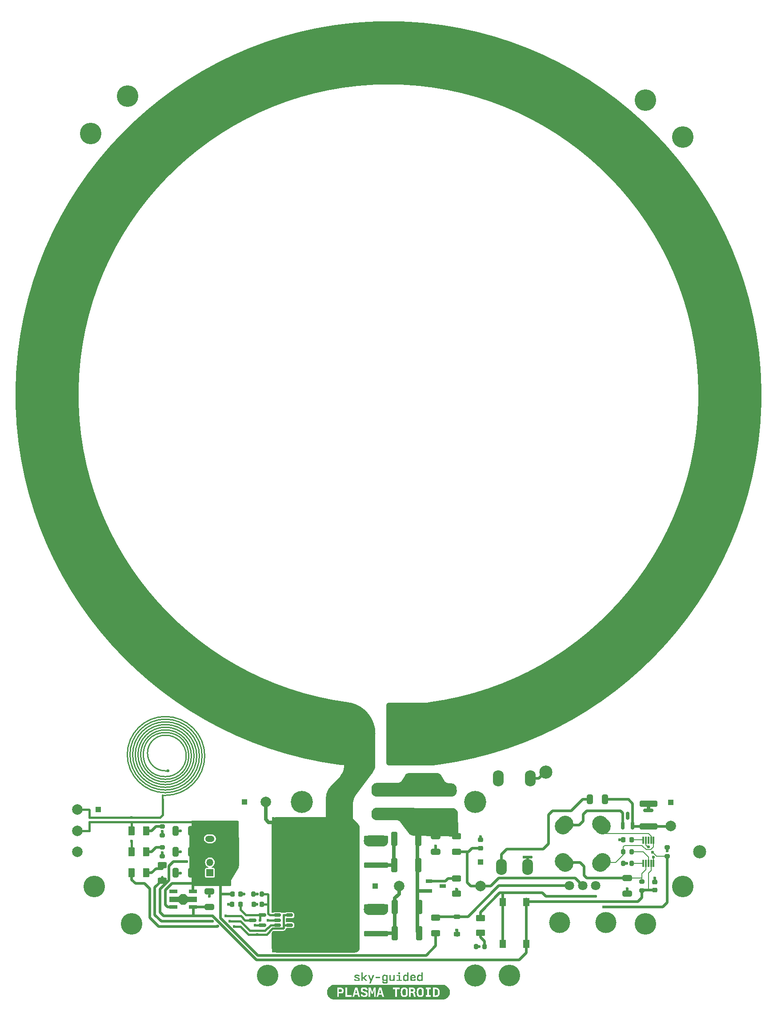
<source format=gbr>
%TF.GenerationSoftware,KiCad,Pcbnew,8.0.7*%
%TF.CreationDate,2025-01-02T06:30:12+11:00*%
%TF.ProjectId,plasma toroid unified,706c6173-6d61-4207-946f-726f69642075,v1.02*%
%TF.SameCoordinates,Original*%
%TF.FileFunction,Copper,L1,Top*%
%TF.FilePolarity,Positive*%
%FSLAX46Y46*%
G04 Gerber Fmt 4.6, Leading zero omitted, Abs format (unit mm)*
G04 Created by KiCad (PCBNEW 8.0.7) date 2025-01-02 06:30:12*
%MOMM*%
%LPD*%
G01*
G04 APERTURE LIST*
G04 Aperture macros list*
%AMRoundRect*
0 Rectangle with rounded corners*
0 $1 Rounding radius*
0 $2 $3 $4 $5 $6 $7 $8 $9 X,Y pos of 4 corners*
0 Add a 4 corners polygon primitive as box body*
4,1,4,$2,$3,$4,$5,$6,$7,$8,$9,$2,$3,0*
0 Add four circle primitives for the rounded corners*
1,1,$1+$1,$2,$3*
1,1,$1+$1,$4,$5*
1,1,$1+$1,$6,$7*
1,1,$1+$1,$8,$9*
0 Add four rect primitives between the rounded corners*
20,1,$1+$1,$2,$3,$4,$5,0*
20,1,$1+$1,$4,$5,$6,$7,0*
20,1,$1+$1,$6,$7,$8,$9,0*
20,1,$1+$1,$8,$9,$2,$3,0*%
%AMFreePoly0*
4,1,13,0.900000,0.500000,2.600000,0.500000,2.600000,-0.500000,0.900000,-0.500000,0.400000,-1.000000,-0.400000,-1.000000,-0.900000,-0.500000,-2.600000,-0.500000,-2.600000,0.500000,-0.900000,0.500000,-0.400000,1.000000,0.400000,1.000000,0.900000,0.500000,0.900000,0.500000,$1*%
G04 Aperture macros list end*
%TA.AperFunction,EtchedComponent*%
%ADD10C,0.254000*%
%TD*%
%TA.AperFunction,EtchedComponent*%
%ADD11C,0.000000*%
%TD*%
%TA.AperFunction,EtchedComponent*%
%ADD12C,1.000000*%
%TD*%
%TA.AperFunction,EtchedComponent*%
%ADD13C,12.000000*%
%TD*%
%TA.AperFunction,SMDPad,CuDef*%
%ADD14RoundRect,0.250000X-0.625000X0.312500X-0.625000X-0.312500X0.625000X-0.312500X0.625000X0.312500X0*%
%TD*%
%TA.AperFunction,ComponentPad*%
%ADD15C,0.700000*%
%TD*%
%TA.AperFunction,ComponentPad*%
%ADD16C,4.100000*%
%TD*%
%TA.AperFunction,SMDPad,CuDef*%
%ADD17R,1.500000X0.700000*%
%TD*%
%TA.AperFunction,SMDPad,CuDef*%
%ADD18FreePoly0,180.000000*%
%TD*%
%TA.AperFunction,SMDPad,CuDef*%
%ADD19R,1.300000X1.550000*%
%TD*%
%TA.AperFunction,SMDPad,CuDef*%
%ADD20RoundRect,0.793333X-0.406667X0.056667X-0.406667X-0.056667X0.406667X-0.056667X0.406667X0.056667X0*%
%TD*%
%TA.AperFunction,SMDPad,CuDef*%
%ADD21RoundRect,0.816667X-0.383333X0.058333X-0.383333X-0.058333X0.383333X-0.058333X0.383333X0.058333X0*%
%TD*%
%TA.AperFunction,SMDPad,CuDef*%
%ADD22RoundRect,0.225000X-0.375000X0.225000X-0.375000X-0.225000X0.375000X-0.225000X0.375000X0.225000X0*%
%TD*%
%TA.AperFunction,ComponentPad*%
%ADD23C,2.000000*%
%TD*%
%TA.AperFunction,SMDPad,CuDef*%
%ADD24RoundRect,0.150000X0.150000X-0.587500X0.150000X0.587500X-0.150000X0.587500X-0.150000X-0.587500X0*%
%TD*%
%TA.AperFunction,SMDPad,CuDef*%
%ADD25RoundRect,0.250000X2.050000X0.300000X-2.050000X0.300000X-2.050000X-0.300000X2.050000X-0.300000X0*%
%TD*%
%TA.AperFunction,SMDPad,CuDef*%
%ADD26RoundRect,0.250000X2.025000X2.375000X-2.025000X2.375000X-2.025000X-2.375000X2.025000X-2.375000X0*%
%TD*%
%TA.AperFunction,SMDPad,CuDef*%
%ADD27RoundRect,0.250002X4.449998X5.149998X-4.449998X5.149998X-4.449998X-5.149998X4.449998X-5.149998X0*%
%TD*%
%TA.AperFunction,SMDPad,CuDef*%
%ADD28RoundRect,0.225000X0.225000X0.250000X-0.225000X0.250000X-0.225000X-0.250000X0.225000X-0.250000X0*%
%TD*%
%TA.AperFunction,SMDPad,CuDef*%
%ADD29RoundRect,0.200000X-0.275000X0.200000X-0.275000X-0.200000X0.275000X-0.200000X0.275000X0.200000X0*%
%TD*%
%TA.AperFunction,SMDPad,CuDef*%
%ADD30RoundRect,0.250000X0.325000X0.650000X-0.325000X0.650000X-0.325000X-0.650000X0.325000X-0.650000X0*%
%TD*%
%TA.AperFunction,SMDPad,CuDef*%
%ADD31RoundRect,0.225000X0.250000X-0.225000X0.250000X0.225000X-0.250000X0.225000X-0.250000X-0.225000X0*%
%TD*%
%TA.AperFunction,SMDPad,CuDef*%
%ADD32RoundRect,0.150000X-0.512500X-0.150000X0.512500X-0.150000X0.512500X0.150000X-0.512500X0.150000X0*%
%TD*%
%TA.AperFunction,ComponentPad*%
%ADD33R,1.000000X1.000000*%
%TD*%
%TA.AperFunction,SMDPad,CuDef*%
%ADD34RoundRect,0.200000X0.200000X0.275000X-0.200000X0.275000X-0.200000X-0.275000X0.200000X-0.275000X0*%
%TD*%
%TA.AperFunction,SMDPad,CuDef*%
%ADD35RoundRect,0.250000X0.625000X-0.312500X0.625000X0.312500X-0.625000X0.312500X-0.625000X-0.312500X0*%
%TD*%
%TA.AperFunction,ComponentPad*%
%ADD36C,0.600000*%
%TD*%
%TA.AperFunction,SMDPad,CuDef*%
%ADD37RoundRect,0.095250X0.095250X-0.794757X0.095250X0.794757X-0.095250X0.794757X-0.095250X-0.794757X0*%
%TD*%
%TA.AperFunction,ComponentPad*%
%ADD38C,2.500000*%
%TD*%
%TA.AperFunction,SMDPad,CuDef*%
%ADD39RoundRect,1.500000X-0.212132X-0.282843X0.282843X0.212132X0.212132X0.282843X-0.282843X-0.212132X0*%
%TD*%
%TA.AperFunction,SMDPad,CuDef*%
%ADD40RoundRect,1.500000X0.282843X-0.212132X-0.212132X0.282843X-0.282843X0.212132X0.212132X-0.282843X0*%
%TD*%
%TA.AperFunction,SMDPad,CuDef*%
%ADD41RoundRect,1.500000X0.212132X0.282843X-0.282843X-0.212132X-0.212132X-0.282843X0.282843X0.212132X0*%
%TD*%
%TA.AperFunction,SMDPad,CuDef*%
%ADD42RoundRect,0.250000X0.625000X-0.375000X0.625000X0.375000X-0.625000X0.375000X-0.625000X-0.375000X0*%
%TD*%
%TA.AperFunction,SMDPad,CuDef*%
%ADD43RoundRect,0.250000X0.362500X1.075000X-0.362500X1.075000X-0.362500X-1.075000X0.362500X-1.075000X0*%
%TD*%
%TA.AperFunction,SMDPad,CuDef*%
%ADD44RoundRect,0.200000X0.275000X-0.200000X0.275000X0.200000X-0.275000X0.200000X-0.275000X-0.200000X0*%
%TD*%
%TA.AperFunction,SMDPad,CuDef*%
%ADD45R,0.300000X1.400000*%
%TD*%
%TA.AperFunction,SMDPad,CuDef*%
%ADD46RoundRect,0.250000X-0.650000X0.325000X-0.650000X-0.325000X0.650000X-0.325000X0.650000X0.325000X0*%
%TD*%
%TA.AperFunction,SMDPad,CuDef*%
%ADD47RoundRect,0.250000X0.375000X0.625000X-0.375000X0.625000X-0.375000X-0.625000X0.375000X-0.625000X0*%
%TD*%
%TA.AperFunction,SMDPad,CuDef*%
%ADD48R,1.220000X0.650000*%
%TD*%
%TA.AperFunction,WasherPad*%
%ADD49C,4.000000*%
%TD*%
%TA.AperFunction,ComponentPad*%
%ADD50C,1.800000*%
%TD*%
%TA.AperFunction,SMDPad,CuDef*%
%ADD51R,2.900000X5.400000*%
%TD*%
%TA.AperFunction,SMDPad,CuDef*%
%ADD52RoundRect,0.250000X-1.450000X0.312500X-1.450000X-0.312500X1.450000X-0.312500X1.450000X0.312500X0*%
%TD*%
%TA.AperFunction,SMDPad,CuDef*%
%ADD53RoundRect,0.200000X-0.200000X-0.275000X0.200000X-0.275000X0.200000X0.275000X-0.200000X0.275000X0*%
%TD*%
%TA.AperFunction,SMDPad,CuDef*%
%ADD54RoundRect,0.225000X-0.225000X-0.250000X0.225000X-0.250000X0.225000X0.250000X-0.225000X0.250000X0*%
%TD*%
%TA.AperFunction,SMDPad,CuDef*%
%ADD55RoundRect,0.150000X0.587500X0.150000X-0.587500X0.150000X-0.587500X-0.150000X0.587500X-0.150000X0*%
%TD*%
%TA.AperFunction,SMDPad,CuDef*%
%ADD56RoundRect,0.250000X0.650000X-0.325000X0.650000X0.325000X-0.650000X0.325000X-0.650000X-0.325000X0*%
%TD*%
%TA.AperFunction,SMDPad,CuDef*%
%ADD57RoundRect,0.800000X-0.200000X0.700000X-0.200000X-0.700000X0.200000X-0.700000X0.200000X0.700000X0*%
%TD*%
%TA.AperFunction,ComponentPad*%
%ADD58R,1.350000X1.350000*%
%TD*%
%TA.AperFunction,ComponentPad*%
%ADD59O,1.350000X1.350000*%
%TD*%
%TA.AperFunction,ComponentPad*%
%ADD60RoundRect,0.250000X-0.625000X0.350000X-0.625000X-0.350000X0.625000X-0.350000X0.625000X0.350000X0*%
%TD*%
%TA.AperFunction,ComponentPad*%
%ADD61O,1.750000X1.200000*%
%TD*%
%TA.AperFunction,ComponentPad*%
%ADD62C,0.800000*%
%TD*%
%TA.AperFunction,SMDPad,CuDef*%
%ADD63RoundRect,0.500000X-2.500000X-2.750000X2.500000X-2.750000X2.500000X2.750000X-2.500000X2.750000X0*%
%TD*%
%TA.AperFunction,HeatsinkPad*%
%ADD64C,4.200000*%
%TD*%
%TA.AperFunction,ViaPad*%
%ADD65C,0.600000*%
%TD*%
%TA.AperFunction,ViaPad*%
%ADD66C,0.800000*%
%TD*%
%TA.AperFunction,Conductor*%
%ADD67C,0.381000*%
%TD*%
%TA.AperFunction,Conductor*%
%ADD68C,0.508000*%
%TD*%
%TA.AperFunction,Conductor*%
%ADD69C,0.635000*%
%TD*%
%TA.AperFunction,Conductor*%
%ADD70C,0.203200*%
%TD*%
%TA.AperFunction,Conductor*%
%ADD71C,0.550000*%
%TD*%
G04 APERTURE END LIST*
D10*
%TO.C,L3*%
X157497710Y-191610654D02*
X157997710Y-191610654D01*
X157497710Y-196274654D02*
X156997710Y-196270654D01*
X157497710Y-181274654D02*
G75*
G02*
X157497710Y-196274654I0J-7500000D01*
G01*
X157497710Y-181782654D02*
G75*
G02*
X157497710Y-195766654I0J-6992000D01*
G01*
X157497710Y-182290654D02*
G75*
G02*
X157497710Y-195258654I0J-6484000D01*
G01*
X157497710Y-182798654D02*
G75*
G02*
X157497710Y-194750654I0J-5976000D01*
G01*
X157497710Y-183306654D02*
G75*
G02*
X157497710Y-194242654I0J-5468000D01*
G01*
X157497710Y-183814654D02*
G75*
G02*
X157497710Y-193734654I0J-4960000D01*
G01*
X157497710Y-184322654D02*
G75*
G02*
X157497710Y-193226654I0J-4452000D01*
G01*
X157497710Y-184830654D02*
G75*
G02*
X157497710Y-192718654I32716J-3944000D01*
G01*
X157497710Y-191610654D02*
G75*
G02*
X157497710Y-184830654I-13274J3390000D01*
G01*
X157497710Y-192718654D02*
G75*
G02*
X157497710Y-184322654I0J4198000D01*
G01*
X157497710Y-193226654D02*
G75*
G02*
X157497710Y-183814654I0J4706000D01*
G01*
X157497710Y-193734654D02*
G75*
G02*
X157497710Y-183306654I0J5214000D01*
G01*
X157497710Y-194242654D02*
G75*
G02*
X157497710Y-182798654I0J5722000D01*
G01*
X157497710Y-194750654D02*
G75*
G02*
X157497710Y-182290654I0J6230000D01*
G01*
X157497710Y-195258654D02*
G75*
G02*
X157497710Y-181782654I0J6738000D01*
G01*
X157497710Y-195766654D02*
G75*
G02*
X157497710Y-181274654I0J7246000D01*
G01*
D11*
%TA.AperFunction,EtchedComponent*%
%TO.C,kibuzzard-66C556ED*%
G36*
X198428625Y-231045101D02*
G01*
X197584075Y-231045101D01*
X197584075Y-230800627D01*
X198428625Y-230800627D01*
X198428625Y-231045101D01*
G37*
%TD.AperFunction*%
%TA.AperFunction,EtchedComponent*%
G36*
X202202430Y-230280561D02*
G01*
X201862387Y-230280561D01*
X201862387Y-229967189D01*
X202202430Y-229967189D01*
X202202430Y-230280561D01*
G37*
%TD.AperFunction*%
%TA.AperFunction,EtchedComponent*%
G36*
X196668405Y-231278464D02*
G01*
X196679517Y-231278464D01*
X196975110Y-230425024D01*
X197255145Y-230425024D01*
X196632845Y-232063007D01*
X196352810Y-232063007D01*
X196530610Y-231578502D01*
X196092777Y-230425024D01*
X196368367Y-230425024D01*
X196668405Y-231278464D01*
G37*
%TD.AperFunction*%
%TA.AperFunction,EtchedComponent*%
G36*
X202193540Y-231356251D02*
G01*
X202564697Y-231356251D01*
X202564697Y-231585169D01*
X201540125Y-231585169D01*
X201540125Y-231356251D01*
X201926840Y-231356251D01*
X201926840Y-230653941D01*
X201562350Y-230653941D01*
X201562350Y-230425024D01*
X202193540Y-230425024D01*
X202193540Y-231356251D01*
G37*
%TD.AperFunction*%
%TA.AperFunction,EtchedComponent*%
G36*
X195108210Y-230933977D02*
G01*
X195599382Y-230425024D01*
X195919422Y-230425024D01*
X195410470Y-230942867D01*
X195970540Y-231585169D01*
X195630497Y-231585169D01*
X195108210Y-230953979D01*
X195108210Y-231585169D01*
X194841510Y-231585169D01*
X194841510Y-229967189D01*
X195108210Y-229967189D01*
X195108210Y-230933977D01*
G37*
%TD.AperFunction*%
%TA.AperFunction,EtchedComponent*%
G36*
X200424430Y-231162894D02*
G01*
X200465546Y-231329581D01*
X200622232Y-231374031D01*
X200726134Y-231366253D01*
X200802255Y-231342917D01*
X200891155Y-231237348D01*
X200911157Y-231147059D01*
X200917825Y-231025099D01*
X200917825Y-230425024D01*
X201188970Y-230425024D01*
X201188970Y-231585169D01*
X200917825Y-231585169D01*
X200917825Y-231422927D01*
X200900045Y-231422927D01*
X200838093Y-231510993D01*
X200767806Y-231566278D01*
X200674739Y-231595448D01*
X200544445Y-231605172D01*
X200408595Y-231595170D01*
X200307749Y-231565167D01*
X200236351Y-231511271D01*
X200188845Y-231429594D01*
X200162175Y-231314024D01*
X200153285Y-231158449D01*
X200153285Y-230425024D01*
X200424430Y-230425024D01*
X200424430Y-231162894D01*
G37*
%TD.AperFunction*%
%TA.AperFunction,EtchedComponent*%
G36*
X204857762Y-230410022D02*
G01*
X204993890Y-230451694D01*
X205091124Y-230526148D01*
X205156133Y-230638384D01*
X205183296Y-230737656D01*
X205199595Y-230860634D01*
X205205028Y-231007319D01*
X205202805Y-231093996D01*
X204938328Y-231093996D01*
X204413818Y-231093996D01*
X204449378Y-231265129D01*
X204532721Y-231350695D01*
X204691630Y-231376254D01*
X204837204Y-231345139D01*
X204909435Y-231229569D01*
X205185025Y-231229569D01*
X205155577Y-231359585D01*
X205111683Y-231456264D01*
X205048897Y-231524884D01*
X204962775Y-231570723D01*
X204846649Y-231596559D01*
X204693853Y-231605172D01*
X204501051Y-231591559D01*
X204358255Y-231550720D01*
X204257409Y-231477100D01*
X204190456Y-231365141D01*
X204162675Y-231265623D01*
X204146006Y-231141904D01*
X204140450Y-230993984D01*
X204145086Y-230867302D01*
X204416040Y-230867302D01*
X204938328Y-230867302D01*
X204906101Y-230719505D01*
X204827203Y-230646163D01*
X204676073Y-230625049D01*
X204531610Y-230646163D01*
X204453823Y-230719505D01*
X204416040Y-230867302D01*
X204145086Y-230867302D01*
X204145759Y-230848904D01*
X204161687Y-230727778D01*
X204188234Y-230630605D01*
X204252686Y-230521425D01*
X204350476Y-230449471D01*
X204489105Y-230409466D01*
X204676073Y-230396131D01*
X204857762Y-230410022D01*
G37*
%TD.AperFunction*%
%TA.AperFunction,EtchedComponent*%
G36*
X203853748Y-231585169D02*
G01*
X203584825Y-231585169D01*
X203584825Y-231465154D01*
X203567045Y-231465154D01*
X203450364Y-231577390D01*
X203367853Y-231599893D01*
X203329238Y-231602381D01*
X203251450Y-231607394D01*
X203083929Y-231593781D01*
X202959191Y-231552943D01*
X202870847Y-231479600D01*
X202812506Y-231368475D01*
X202788429Y-231269574D01*
X202773983Y-231146225D01*
X202769168Y-230998429D01*
X203042535Y-230998429D01*
X203048925Y-231128723D01*
X203068094Y-231226235D01*
X203154771Y-231340694D01*
X203329238Y-231374031D01*
X203487035Y-231339583D01*
X203565934Y-231225124D01*
X203583436Y-231128445D01*
X203589270Y-230998429D01*
X203583436Y-230868691D01*
X203565934Y-230772845D01*
X203487035Y-230660609D01*
X203329238Y-230627272D01*
X203154771Y-230660609D01*
X203068094Y-230772845D01*
X203048925Y-230868691D01*
X203042535Y-230998429D01*
X202769168Y-230998429D01*
X202773983Y-230852114D01*
X202788429Y-230730247D01*
X202812506Y-230632828D01*
X202870847Y-230523370D01*
X202959191Y-230450583D01*
X203083929Y-230409744D01*
X203251450Y-230396131D01*
X203378133Y-230403355D01*
X203464810Y-230425024D01*
X203567045Y-230533926D01*
X203584825Y-230533926D01*
X203584825Y-229967189D01*
X203853748Y-229967189D01*
X203853748Y-231585169D01*
G37*
%TD.AperFunction*%
%TA.AperFunction,EtchedComponent*%
G36*
X206520748Y-231585169D02*
G01*
X206251825Y-231585169D01*
X206251825Y-231465154D01*
X206234045Y-231465154D01*
X206117364Y-231577390D01*
X206034853Y-231599893D01*
X205996238Y-231602381D01*
X205918450Y-231607394D01*
X205750929Y-231593781D01*
X205626191Y-231552943D01*
X205537847Y-231479600D01*
X205479506Y-231368475D01*
X205455429Y-231269574D01*
X205440983Y-231146225D01*
X205436168Y-230998429D01*
X205709535Y-230998429D01*
X205715925Y-231128723D01*
X205735094Y-231226235D01*
X205821771Y-231340694D01*
X205996238Y-231374031D01*
X206154035Y-231339583D01*
X206232934Y-231225124D01*
X206250436Y-231128445D01*
X206256270Y-230998429D01*
X206250436Y-230868691D01*
X206232934Y-230772845D01*
X206154035Y-230660609D01*
X205996238Y-230627272D01*
X205821771Y-230660609D01*
X205735094Y-230772845D01*
X205715925Y-230868691D01*
X205709535Y-230998429D01*
X205436168Y-230998429D01*
X205440983Y-230852114D01*
X205455429Y-230730247D01*
X205479506Y-230632828D01*
X205537847Y-230523370D01*
X205626191Y-230450583D01*
X205750929Y-230409744D01*
X205918450Y-230396131D01*
X206045133Y-230403355D01*
X206131810Y-230425024D01*
X206234045Y-230533926D01*
X206251825Y-230533926D01*
X206251825Y-229967189D01*
X206520748Y-229967189D01*
X206520748Y-231585169D01*
G37*
%TD.AperFunction*%
%TA.AperFunction,EtchedComponent*%
G36*
X194179205Y-230404188D02*
G01*
X194308110Y-230428358D01*
X194399232Y-230471696D01*
X194459240Y-230537260D01*
X194493133Y-230630327D01*
X194505912Y-230756176D01*
X194239212Y-230756176D01*
X194184761Y-230652830D01*
X194114475Y-230631994D01*
X194003627Y-230625049D01*
X193887502Y-230631161D01*
X193814715Y-230649496D01*
X193763597Y-230740619D01*
X193833606Y-230803960D01*
X193936675Y-230836464D01*
X194105862Y-230878414D01*
X194253659Y-230918141D01*
X194363672Y-230961758D01*
X194493689Y-231076216D01*
X194522859Y-231155115D01*
X194532582Y-231254016D01*
X194520914Y-231376254D01*
X194485910Y-231467377D01*
X194422847Y-231531829D01*
X194327001Y-231574056D01*
X194191707Y-231597393D01*
X194010295Y-231605172D01*
X193821660Y-231596282D01*
X193682476Y-231569612D01*
X193584964Y-231521272D01*
X193521345Y-231447374D01*
X193487452Y-231342917D01*
X193479117Y-231202899D01*
X193752485Y-231202899D01*
X193779155Y-231308468D01*
X193862499Y-231360697D01*
X194030297Y-231376254D01*
X194140867Y-231369864D01*
X194210320Y-231350695D01*
X194259215Y-231256239D01*
X194231434Y-231181785D01*
X194136977Y-231129556D01*
X194056412Y-231107331D01*
X193948065Y-231085107D01*
X193790545Y-231049824D01*
X193673586Y-231010653D01*
X193535791Y-230906195D01*
X193494675Y-230738396D01*
X193506065Y-230618659D01*
X193540236Y-230530593D01*
X193601911Y-230468641D01*
X193695811Y-230427246D01*
X193828328Y-230403910D01*
X194005850Y-230396131D01*
X194179205Y-230404188D01*
G37*
%TD.AperFunction*%
%TA.AperFunction,EtchedComponent*%
G36*
X199407914Y-230409189D02*
G01*
X199485424Y-230435025D01*
X199590992Y-230562819D01*
X199608772Y-230562819D01*
X199608772Y-230425024D01*
X199868805Y-230425024D01*
X199868805Y-231618507D01*
X199857137Y-231777693D01*
X199822132Y-231895208D01*
X199759069Y-231977996D01*
X199663224Y-232033003D01*
X199527373Y-232063840D01*
X199344295Y-232074119D01*
X199167051Y-232065229D01*
X199035367Y-232038559D01*
X198942022Y-231991053D01*
X198879792Y-231919655D01*
X198843677Y-231818809D01*
X198828675Y-231682959D01*
X199102042Y-231682959D01*
X199126490Y-231787417D01*
X199196499Y-231837423D01*
X199346517Y-231851869D01*
X199500981Y-231828533D01*
X199577657Y-231750745D01*
X199602105Y-231596282D01*
X199604327Y-231427371D01*
X199586547Y-231427371D01*
X199519872Y-231528495D01*
X199425416Y-231577390D01*
X199330960Y-231585859D01*
X199264285Y-231591836D01*
X199102042Y-231578501D01*
X198979805Y-231538496D01*
X198891738Y-231467099D01*
X198832009Y-231359585D01*
X198797838Y-231208177D01*
X198786447Y-231005097D01*
X199057592Y-231005097D01*
X199063704Y-231129279D01*
X199082040Y-231221790D01*
X199165384Y-231330693D01*
X199330960Y-231362919D01*
X199495425Y-231330693D01*
X199577657Y-231221790D01*
X199595993Y-231129279D01*
X199602105Y-231005097D01*
X199595993Y-230875080D01*
X199577657Y-230778402D01*
X199495425Y-230663943D01*
X199330960Y-230629494D01*
X199165384Y-230663943D01*
X199082040Y-230778402D01*
X199063704Y-230875080D01*
X199057592Y-231005097D01*
X198786447Y-231005097D01*
X198791510Y-230858658D01*
X198806697Y-230736421D01*
X198832009Y-230638384D01*
X198893683Y-230528092D01*
X198987584Y-230455028D01*
X199120100Y-230414189D01*
X199297622Y-230400576D01*
X199407914Y-230409189D01*
G37*
%TD.AperFunction*%
%TA.AperFunction,EtchedComponent*%
%TO.C,kibuzzard-66C556E1*%
G36*
X194050300Y-233899724D02*
G01*
X193654060Y-233899724D01*
X193849640Y-233173284D01*
X193854720Y-233173284D01*
X194050300Y-233899724D01*
G37*
%TD.AperFunction*%
%TA.AperFunction,EtchedComponent*%
G36*
X198622300Y-233899724D02*
G01*
X198226060Y-233899724D01*
X198421640Y-233173284D01*
X198426720Y-233173284D01*
X198622300Y-233899724D01*
G37*
%TD.AperFunction*%
%TA.AperFunction,EtchedComponent*%
G36*
X204457950Y-233132009D02*
G01*
X204581140Y-233137724D01*
X204741160Y-233189794D01*
X204784340Y-233346004D01*
X204742430Y-233542854D01*
X204586220Y-233597464D01*
X204258560Y-233597464D01*
X204258560Y-233132644D01*
X204367780Y-233130104D01*
X204457950Y-233132009D01*
G37*
%TD.AperFunction*%
%TA.AperFunction,EtchedComponent*%
G36*
X190829897Y-233138676D02*
G01*
X190945150Y-233156774D01*
X191081040Y-233236784D01*
X191121680Y-233396804D01*
X191086120Y-233564444D01*
X190964200Y-233648264D01*
X190860060Y-233667314D01*
X190720360Y-233673664D01*
X190560340Y-233673664D01*
X190560340Y-233132644D01*
X190674640Y-233132644D01*
X190829897Y-233138676D01*
G37*
%TD.AperFunction*%
%TA.AperFunction,EtchedComponent*%
G36*
X208891520Y-233130739D02*
G01*
X209010900Y-233140264D01*
X209157267Y-233167886D01*
X209266170Y-233215194D01*
X209343322Y-233288219D01*
X209394440Y-233392994D01*
X209423015Y-233536821D01*
X209432540Y-233727004D01*
X209422697Y-233927981D01*
X209393170Y-234078794D01*
X209340147Y-234187061D01*
X209259820Y-234260404D01*
X209146155Y-234304854D01*
X208993120Y-234326444D01*
X208792460Y-234318824D01*
X208792460Y-233127564D01*
X208891520Y-233130739D01*
G37*
%TD.AperFunction*%
%TA.AperFunction,EtchedComponent*%
G36*
X203117465Y-233125976D02*
G01*
X203207000Y-233166934D01*
X203270182Y-233240594D01*
X203312410Y-233352354D01*
X203336222Y-233511421D01*
X203344160Y-233727004D01*
X203336222Y-233936237D01*
X203312410Y-234091494D01*
X203270182Y-234201349D01*
X203207000Y-234274374D01*
X203117465Y-234315331D01*
X202996180Y-234328984D01*
X202874577Y-234315331D01*
X202784090Y-234274374D01*
X202719955Y-234201349D01*
X202677410Y-234091494D01*
X202653597Y-233936237D01*
X202645660Y-233727004D01*
X202653597Y-233513009D01*
X202677410Y-233353624D01*
X202719955Y-233240911D01*
X202784090Y-233166934D01*
X202874577Y-233125976D01*
X202996180Y-233112324D01*
X203117465Y-233125976D01*
G37*
%TD.AperFunction*%
%TA.AperFunction,EtchedComponent*%
G36*
X206165465Y-233125976D02*
G01*
X206255000Y-233166934D01*
X206318182Y-233240594D01*
X206360410Y-233352354D01*
X206384222Y-233511421D01*
X206392160Y-233727004D01*
X206384222Y-233936237D01*
X206360410Y-234091494D01*
X206318182Y-234201349D01*
X206255000Y-234274374D01*
X206165465Y-234315331D01*
X206044180Y-234328984D01*
X205922577Y-234315331D01*
X205832090Y-234274374D01*
X205767955Y-234201349D01*
X205725410Y-234091494D01*
X205701597Y-233936237D01*
X205693660Y-233727004D01*
X205701597Y-233513009D01*
X205725410Y-233353624D01*
X205767955Y-233240911D01*
X205832090Y-233166934D01*
X205922577Y-233125976D01*
X206044180Y-233112324D01*
X206165465Y-233125976D01*
G37*
%TD.AperFunction*%
%TA.AperFunction,EtchedComponent*%
G36*
X210428247Y-232310580D02*
G01*
X210565789Y-232330983D01*
X210700670Y-232364768D01*
X210831590Y-232411612D01*
X210957287Y-232471063D01*
X211076552Y-232542547D01*
X211188236Y-232625378D01*
X211291264Y-232718757D01*
X211384643Y-232821784D01*
X211467473Y-232933468D01*
X211538958Y-233052734D01*
X211598408Y-233178431D01*
X211645252Y-233309351D01*
X211679038Y-233444231D01*
X211699441Y-233581774D01*
X211706263Y-233720654D01*
X211699441Y-233859534D01*
X211679038Y-233997077D01*
X211645252Y-234131957D01*
X211598408Y-234262877D01*
X211538958Y-234388574D01*
X211467473Y-234507840D01*
X211384643Y-234619524D01*
X211291264Y-234722551D01*
X211188236Y-234815930D01*
X211076552Y-234898761D01*
X210957287Y-234970245D01*
X210831590Y-235029696D01*
X210700670Y-235076540D01*
X210565789Y-235110325D01*
X210428247Y-235130728D01*
X210289367Y-235137551D01*
X209760200Y-235137551D01*
X208916920Y-235137551D01*
X208043160Y-235137551D01*
X206044180Y-235137551D01*
X205203440Y-235137551D01*
X202996180Y-235137551D01*
X201634740Y-235137551D01*
X199145540Y-235137551D01*
X197575820Y-235137551D01*
X195381260Y-235137551D01*
X194573540Y-235137551D01*
X192973340Y-235137551D01*
X190560340Y-235137551D01*
X190235220Y-235137551D01*
X189706053Y-235137551D01*
X189567173Y-235130728D01*
X189429630Y-235110325D01*
X189294750Y-235076540D01*
X189163830Y-235029696D01*
X189038133Y-234970245D01*
X188918868Y-234898761D01*
X188807184Y-234815930D01*
X188704156Y-234722551D01*
X188610777Y-234619524D01*
X188527947Y-234507840D01*
X188456462Y-234388574D01*
X188397012Y-234262877D01*
X188350168Y-234131957D01*
X188316382Y-233997077D01*
X188295979Y-233859534D01*
X188289157Y-233720654D01*
X188295979Y-233581774D01*
X188316382Y-233444231D01*
X188350168Y-233309351D01*
X188397012Y-233178431D01*
X188456462Y-233052734D01*
X188527947Y-232933468D01*
X188583677Y-232858324D01*
X190235220Y-232858324D01*
X190235220Y-234585524D01*
X190560340Y-234585524D01*
X193130820Y-234585524D01*
X193453400Y-234585524D01*
X193577860Y-234171504D01*
X194126500Y-234171504D01*
X194250960Y-234585524D01*
X194573540Y-234585524D01*
X194418096Y-234064824D01*
X194720860Y-234064824D01*
X194729750Y-234254054D01*
X194771660Y-234395024D01*
X194851352Y-234494719D01*
X194973590Y-234560124D01*
X195147262Y-234596319D01*
X195381260Y-234608384D01*
X195608272Y-234597589D01*
X195670845Y-234585524D01*
X196227080Y-234585524D01*
X196526800Y-234585524D01*
X196526800Y-233711764D01*
X196496320Y-233262184D01*
X196506480Y-233262184D01*
X196773180Y-234008944D01*
X197029720Y-234008944D01*
X197296420Y-233262184D01*
X197306580Y-233262184D01*
X197276100Y-233711764D01*
X197276100Y-234585524D01*
X197575820Y-234585524D01*
X197702820Y-234585524D01*
X198025400Y-234585524D01*
X198149860Y-234171504D01*
X198698500Y-234171504D01*
X198822960Y-234585524D01*
X199145540Y-234585524D01*
X198716362Y-233147884D01*
X200847340Y-233147884D01*
X201309620Y-233147884D01*
X201309620Y-234585524D01*
X201634740Y-234585524D01*
X201634740Y-233727004D01*
X202325620Y-233727004D01*
X202332252Y-233941211D01*
X202352149Y-234119857D01*
X202385310Y-234262944D01*
X202465955Y-234423599D01*
X202588510Y-234529644D01*
X202697589Y-234573388D01*
X202833479Y-234599635D01*
X202996180Y-234608384D01*
X203158881Y-234599635D01*
X203294771Y-234573388D01*
X203403850Y-234529644D01*
X203526405Y-234423599D01*
X203607050Y-234262944D01*
X203640211Y-234119857D01*
X203660108Y-233941211D01*
X203666740Y-233727004D01*
X203660108Y-233509693D01*
X203640211Y-233328506D01*
X203607050Y-233183444D01*
X203526405Y-233020566D01*
X203403850Y-232912934D01*
X203294771Y-232868484D01*
X203255945Y-232860864D01*
X203935980Y-232860864D01*
X203935980Y-234585524D01*
X204258560Y-234585524D01*
X204258560Y-233879404D01*
X204421120Y-233879404D01*
X204555740Y-233889246D01*
X204644640Y-233918774D01*
X204736080Y-234069904D01*
X204855460Y-234585524D01*
X205203440Y-234585524D01*
X205058660Y-234047044D01*
X205015162Y-233919409D01*
X204965950Y-233836224D01*
X204807200Y-233757484D01*
X204807200Y-233734624D01*
X204831245Y-233727004D01*
X205373620Y-233727004D01*
X205380252Y-233941211D01*
X205400149Y-234119857D01*
X205433310Y-234262944D01*
X205513955Y-234423599D01*
X205636510Y-234529644D01*
X205745589Y-234573388D01*
X205881479Y-234599635D01*
X206044180Y-234608384D01*
X206206881Y-234599635D01*
X206342771Y-234573388D01*
X206451850Y-234529644D01*
X206574405Y-234423599D01*
X206634650Y-234303584D01*
X207090660Y-234303584D01*
X207090660Y-234585524D01*
X208043160Y-234585524D01*
X208043160Y-234303584D01*
X207725660Y-234303584D01*
X207725660Y-233140264D01*
X208025380Y-233140264D01*
X208025380Y-232858324D01*
X208467340Y-232858324D01*
X208467340Y-234585524D01*
X208633569Y-234596813D01*
X208783429Y-234603586D01*
X208916920Y-234605844D01*
X209120402Y-234597095D01*
X209290582Y-234570848D01*
X209427460Y-234527104D01*
X209581765Y-234422011D01*
X209684000Y-234264214D01*
X209726333Y-234124655D01*
X209751733Y-233951512D01*
X209760200Y-233744784D01*
X209752862Y-233547087D01*
X209730849Y-233380717D01*
X209694160Y-233245674D01*
X209604942Y-233089146D01*
X209469370Y-232977704D01*
X209349002Y-232925211D01*
X209199566Y-232886264D01*
X209021060Y-232860864D01*
X208899140Y-232851339D01*
X208761980Y-232848164D01*
X208622280Y-232850704D01*
X208467340Y-232858324D01*
X208025380Y-232858324D01*
X207108440Y-232858324D01*
X207108440Y-233140264D01*
X207408160Y-233140264D01*
X207408160Y-234303584D01*
X207090660Y-234303584D01*
X206634650Y-234303584D01*
X206655050Y-234262944D01*
X206688211Y-234119857D01*
X206708108Y-233941211D01*
X206714740Y-233727004D01*
X206708108Y-233509693D01*
X206688211Y-233328506D01*
X206655050Y-233183444D01*
X206574405Y-233020566D01*
X206451850Y-232912934D01*
X206342771Y-232868484D01*
X206206881Y-232841814D01*
X206044180Y-232832924D01*
X205881479Y-232841814D01*
X205745589Y-232868484D01*
X205636510Y-232912934D01*
X205513955Y-233020566D01*
X205433310Y-233183444D01*
X205400149Y-233328506D01*
X205380252Y-233509693D01*
X205373620Y-233727004D01*
X204831245Y-233727004D01*
X204987540Y-233677474D01*
X205077710Y-233563174D01*
X205104380Y-233358704D01*
X205088187Y-233184714D01*
X205039610Y-233053904D01*
X204952615Y-232959924D01*
X204821170Y-232896424D01*
X204704753Y-232869613D01*
X204560397Y-232853526D01*
X204388100Y-232848164D01*
X204238240Y-232850704D01*
X203935980Y-232860864D01*
X203255945Y-232860864D01*
X203158881Y-232841814D01*
X202996180Y-232832924D01*
X202833479Y-232841814D01*
X202697589Y-232868484D01*
X202588510Y-232912934D01*
X202465955Y-233020566D01*
X202385310Y-233183444D01*
X202352149Y-233328506D01*
X202332252Y-233509693D01*
X202325620Y-233727004D01*
X201634740Y-233727004D01*
X201634740Y-233147884D01*
X202097020Y-233147884D01*
X202097020Y-232858324D01*
X200847340Y-232858324D01*
X200847340Y-233147884D01*
X198716362Y-233147884D01*
X198629920Y-232858324D01*
X198218440Y-232858324D01*
X197702820Y-234585524D01*
X197575820Y-234585524D01*
X197575820Y-232858324D01*
X197197360Y-232858324D01*
X196915420Y-233686364D01*
X196887480Y-233686364D01*
X196610620Y-232858324D01*
X196227080Y-232858324D01*
X196227080Y-234585524D01*
X195670845Y-234585524D01*
X195776230Y-234565204D01*
X195894657Y-234506784D01*
X195973080Y-234417884D01*
X196016895Y-234292154D01*
X196031500Y-234123244D01*
X196019435Y-233984496D01*
X195983240Y-233873054D01*
X195918787Y-233782566D01*
X195821950Y-233706684D01*
X195685107Y-233638739D01*
X195500640Y-233572064D01*
X195287597Y-233498721D01*
X195151390Y-233436174D01*
X195053600Y-233305364D01*
X195081540Y-233185984D01*
X195174250Y-233127564D01*
X195360940Y-233109784D01*
X195542550Y-233128834D01*
X195636530Y-233192334D01*
X195673360Y-233320604D01*
X195995940Y-233320604D01*
X195983240Y-233149789D01*
X195940060Y-233023424D01*
X195862907Y-232934524D01*
X195748290Y-232876104D01*
X195587317Y-232843719D01*
X195371100Y-232832924D01*
X195150437Y-232843401D01*
X194986290Y-232874834D01*
X194870085Y-232931031D01*
X194793250Y-233015804D01*
X194750387Y-233135184D01*
X194736100Y-233295204D01*
X194748165Y-233420299D01*
X194784360Y-233521264D01*
X194849447Y-233604131D01*
X194948190Y-233674934D01*
X195088207Y-233739386D01*
X195277120Y-233803204D01*
X195427932Y-233852416D01*
X195540010Y-233898454D01*
X195673360Y-233996244D01*
X195714000Y-234125784D01*
X195686060Y-234251514D01*
X195590810Y-234313744D01*
X195401580Y-234331524D01*
X195278072Y-234325809D01*
X195186950Y-234308664D01*
X195079000Y-234228654D01*
X195038360Y-234064824D01*
X194720860Y-234064824D01*
X194418096Y-234064824D01*
X194057920Y-232858324D01*
X193646440Y-232858324D01*
X193130820Y-234585524D01*
X190560340Y-234585524D01*
X190560340Y-234582984D01*
X191774460Y-234582984D01*
X192973340Y-234582984D01*
X192973340Y-234298504D01*
X192099580Y-234298504D01*
X192099580Y-232858324D01*
X191774460Y-232858324D01*
X191774460Y-234582984D01*
X190560340Y-234582984D01*
X190560340Y-233955604D01*
X190745760Y-233955604D01*
X190914811Y-233950101D01*
X191056204Y-233933591D01*
X191169940Y-233906074D01*
X191297892Y-233839717D01*
X191382030Y-233739704D01*
X191428702Y-233598099D01*
X191444260Y-233406964D01*
X191426162Y-233213289D01*
X191371870Y-233069144D01*
X191274080Y-232967226D01*
X191125490Y-232900234D01*
X190993269Y-232872717D01*
X190828592Y-232856207D01*
X190631460Y-232850704D01*
X190235220Y-232858324D01*
X188583677Y-232858324D01*
X188610777Y-232821784D01*
X188704156Y-232718757D01*
X188807184Y-232625378D01*
X188918868Y-232542547D01*
X189038133Y-232471063D01*
X189163830Y-232411612D01*
X189294750Y-232364768D01*
X189429630Y-232330983D01*
X189567173Y-232310580D01*
X189706053Y-232303757D01*
X190235220Y-232303757D01*
X209760200Y-232303757D01*
X210289367Y-232303757D01*
X210428247Y-232310580D01*
G37*
%TD.AperFunction*%
%TO.C,L2*%
D12*
X200097710Y-179195654D02*
X208597710Y-179195654D01*
X208597710Y-190045654D01*
X200097710Y-190045654D01*
X200097710Y-179195654D01*
%TA.AperFunction,EtchedComponent*%
G36*
X200097710Y-179195654D02*
G01*
X208597710Y-179195654D01*
X208597710Y-190045654D01*
X200097710Y-190045654D01*
X200097710Y-179195654D01*
G37*
%TD.AperFunction*%
D13*
X191497710Y-184520653D02*
G75*
G02*
X208589342Y-184507899I8497705J64479341D01*
G01*
%TD*%
D14*
%TO.P,R11,1*%
%TO.N,Net-(D7-K)*%
X156900005Y-209558154D03*
%TO.P,R11,2*%
%TO.N,Net-(U4-OT)*%
X156900005Y-212483154D03*
%TD*%
D15*
%TO.P,H5,1,1*%
%TO.N,unconnected-(H5-Pad1)_3*%
X247317710Y-63980654D03*
%TO.N,unconnected-(H5-Pad1)_2*%
X247800984Y-62813928D03*
%TO.N,unconnected-(H5-Pad1)_8*%
X247800984Y-65147380D03*
%TO.N,unconnected-(H5-Pad1)_6*%
X248967710Y-62330654D03*
D16*
%TO.N,unconnected-(H5-Pad1)*%
X248967710Y-63980654D03*
D15*
%TO.N,unconnected-(H5-Pad1)_1*%
X248967710Y-65630654D03*
%TO.N,unconnected-(H5-Pad1)_4*%
X250134436Y-62813928D03*
%TO.N,unconnected-(H5-Pad1)_7*%
X250134436Y-65147380D03*
%TO.N,unconnected-(H5-Pad1)_5*%
X250617710Y-63980654D03*
%TD*%
D17*
%TO.P,U2,1,Vout*%
%TO.N,+12V*%
X162745420Y-217541308D03*
D18*
%TO.P,U2,2,GND*%
%TO.N,GND*%
X160895420Y-216041308D03*
D17*
%TO.P,U2,3,EN*%
%TO.N,+VDC*%
X162745420Y-214541308D03*
%TO.P,U2,4,NC*%
%TO.N,unconnected-(U2-NC-Pad4)*%
X159045420Y-214541308D03*
%TO.P,U2,5,Vin*%
%TO.N,+VDC*%
X159045420Y-217541308D03*
%TD*%
D19*
%TO.P,SW1,1,1*%
%TO.N,/charge*%
X221747710Y-224495654D03*
X221747710Y-216545654D03*
%TO.P,SW1,2,2*%
%TO.N,+12V*%
X226247710Y-224495654D03*
X226247710Y-216545654D03*
%TD*%
D20*
%TO.P,Cp4,1*%
%TO.N,Net-(Cp1-Pad1)*%
X198100000Y-195370654D03*
D21*
%TO.P,Cp4,2*%
%TO.N,/gate drive*%
X198100000Y-199745654D03*
%TD*%
D22*
%TO.P,D5,1,K*%
%TO.N,Net-(D5-K)*%
X213000000Y-219370654D03*
%TO.P,D5,2,A*%
%TO.N,GND*%
X213000000Y-222670654D03*
%TD*%
D23*
%TO.P,TP6,1,1*%
%TO.N,/drain*%
X176600000Y-197500000D03*
%TD*%
D24*
%TO.P,D4,1,A*%
%TO.N,Net-(D4-A)*%
X244610210Y-202008154D03*
%TO.P,D4,2,K*%
%TO.N,/470V*%
X246510210Y-202008154D03*
%TO.P,D4,3,common*%
%TO.N,unconnected-(D4-common-Pad3)*%
X245560210Y-200133154D03*
%TD*%
D25*
%TO.P,Q2,1,G*%
%TO.N,Net-(Q2-G)*%
X197647710Y-209560654D03*
D26*
%TO.P,Q2,2,D*%
%TO.N,/drain*%
X190922710Y-209795654D03*
X190922710Y-204245654D03*
D27*
X188497710Y-207020654D03*
D26*
X186072710Y-209795654D03*
X186072710Y-204245654D03*
D25*
%TO.P,Q2,3,S*%
%TO.N,GND*%
X197647710Y-204480654D03*
%TD*%
D28*
%TO.P,C3,1*%
%TO.N,Net-(U1-Ct)*%
X246275000Y-204720654D03*
%TO.P,C3,2*%
%TO.N,GND*%
X244725000Y-204720654D03*
%TD*%
D29*
%TO.P,R4,1*%
%TO.N,Net-(D3-K)*%
X156900005Y-202195654D03*
%TO.P,R4,2*%
%TO.N,GND*%
X156900005Y-203845654D03*
%TD*%
D30*
%TO.P,C6,1*%
%TO.N,/470V*%
X241272710Y-197020654D03*
%TO.P,C6,2*%
%TO.N,Net-(T2-AA)*%
X238322710Y-197020654D03*
%TD*%
D31*
%TO.P,C1,1*%
%TO.N,+12V*%
X250750000Y-214295654D03*
%TO.P,C1,2*%
%TO.N,GND*%
X250750000Y-212745654D03*
%TD*%
D32*
%TO.P,U4,1,SET*%
%TO.N,Net-(U4-SET)*%
X178860210Y-219070654D03*
%TO.P,U4,2,GND*%
%TO.N,GND*%
X178860210Y-220020654D03*
%TO.P,U4,3,OT*%
%TO.N,Net-(U4-OT)*%
X178860210Y-220970654D03*
%TO.P,U4,4,HYST*%
%TO.N,+5V*%
X181135210Y-220970654D03*
%TO.P,U4,5,Vcc*%
X181135210Y-219070654D03*
%TD*%
D23*
%TO.P,TP5,1,1*%
%TO.N,Net-(D6-A)*%
X140750000Y-199000000D03*
%TD*%
D15*
%TO.P,H9,1,1*%
%TO.N,GND*%
X175347710Y-230520654D03*
X175830984Y-229353928D03*
X175830984Y-231687380D03*
X176997710Y-228870654D03*
D16*
X176997710Y-230520654D03*
D15*
X176997710Y-232170654D03*
X178164436Y-229353928D03*
X178164436Y-231687380D03*
X178647710Y-230520654D03*
%TD*%
D33*
%TO.P,TPg5,1,1*%
%TO.N,GND*%
X253797710Y-197620654D03*
%TD*%
D34*
%TO.P,R1,1*%
%TO.N,Net-(D2-K)*%
X218322710Y-225020654D03*
%TO.P,R1,2*%
%TO.N,GND*%
X216672710Y-225020654D03*
%TD*%
D35*
%TO.P,R8,1*%
%TO.N,+VDC*%
X208997710Y-222483154D03*
%TO.P,R8,2*%
%TO.N,Net-(D5-K)*%
X208997710Y-219558154D03*
%TD*%
D36*
%TO.P,L3,*%
%TO.N,*%
X157997710Y-191610654D03*
D37*
%TO.P,L3,2*%
%TO.N,Net-(D6-A)*%
X156997710Y-197030630D03*
%TD*%
D23*
%TO.P,TP7,1,1*%
%TO.N,Net-(Q1-G)*%
X201997710Y-213520654D03*
%TD*%
D38*
%TO.P,TPg6,1,1*%
%TO.N,GND*%
X259250000Y-207020654D03*
%TD*%
D39*
%TO.P,T1,1,SB*%
%TO.N,Net-(D4-A)*%
X233464466Y-201964466D03*
D40*
%TO.P,T1,2,AA*%
%TO.N,/pri*%
X233464466Y-209035534D03*
D41*
%TO.P,T1,3,AB*%
%TO.N,/sw*%
X240535534Y-209035534D03*
D40*
%TO.P,T1,4,SA*%
%TO.N,/sec_sw*%
X240535534Y-201964466D03*
%TD*%
D28*
%TO.P,C12,1*%
%TO.N,+5V*%
X171772710Y-217020654D03*
%TO.P,C12,2*%
%TO.N,GND*%
X170222710Y-217020654D03*
%TD*%
D30*
%TO.P,C10,1*%
%TO.N,+VDC*%
X162375005Y-207020654D03*
%TO.P,C10,2*%
%TO.N,GND*%
X159425005Y-207020654D03*
%TD*%
D42*
%TO.P,D2,1,K*%
%TO.N,Net-(D2-K)*%
X217500000Y-222420654D03*
%TO.P,D2,2,A*%
%TO.N,/charge*%
X217500000Y-219620654D03*
%TD*%
D43*
%TO.P,Rg3,1*%
%TO.N,/gate drive*%
X205712500Y-204520654D03*
%TO.P,Rg3,2*%
%TO.N,Net-(Q2-G)*%
X201087500Y-204520654D03*
%TD*%
D14*
%TO.P,R10,1*%
%TO.N,/gate drive*%
X212997710Y-204058154D03*
%TO.P,R10,2*%
%TO.N,Net-(C13-Pad1)*%
X212997710Y-206983154D03*
%TD*%
D23*
%TO.P,TP2,1,1*%
%TO.N,+VDC*%
X140750000Y-203000000D03*
%TD*%
D44*
%TO.P,R2,1*%
%TO.N,/charge*%
X253097710Y-207845654D03*
%TO.P,R2,2*%
%TO.N,GND*%
X253097710Y-206195654D03*
%TD*%
D25*
%TO.P,Q1,1,G*%
%TO.N,Net-(Q1-G)*%
X197650000Y-222560654D03*
D26*
%TO.P,Q1,2,D*%
%TO.N,/drain*%
X190925000Y-222795654D03*
X190925000Y-217245654D03*
D27*
X188500000Y-220020654D03*
D26*
X186075000Y-222795654D03*
X186075000Y-217245654D03*
D25*
%TO.P,Q1,3,S*%
%TO.N,GND*%
X197650000Y-217480654D03*
%TD*%
D45*
%TO.P,U1,1,Rref*%
%TO.N,Net-(U1-Rref)*%
X248500000Y-209220654D03*
%TO.P,U1,2,Vbat*%
%TO.N,/pri*%
X249000000Y-209220654D03*
%TO.P,U1,3,Rfb*%
%TO.N,Net-(U1-Rfb)*%
X249500000Y-209220654D03*
%TO.P,U1,4,Vcc*%
%TO.N,+12V*%
X250000000Y-209220654D03*
%TO.P,U1,5,GND*%
%TO.N,GND*%
X250500000Y-209220654D03*
%TO.P,U1,6,SW*%
%TO.N,/sw*%
X250500000Y-204820654D03*
%TO.P,U1,7,SEC*%
%TO.N,/sec_sw*%
X250000000Y-204820654D03*
%TO.P,U1,8,DONE*%
%TO.N,unconnected-(U1-DONE-Pad8)*%
X249500000Y-204820654D03*
%TO.P,U1,9,CHARGE*%
%TO.N,/charge*%
X249000000Y-204820654D03*
%TO.P,U1,10,Ct*%
%TO.N,Net-(U1-Ct)*%
X248500000Y-204820654D03*
%TD*%
D15*
%TO.P,H10,1,1*%
%TO.N,GND*%
X221347710Y-230520654D03*
X221830984Y-229353928D03*
X221830984Y-231687380D03*
X222997710Y-228870654D03*
D16*
X222997710Y-230520654D03*
D15*
X222997710Y-232170654D03*
X224164436Y-229353928D03*
X224164436Y-231687380D03*
X224647710Y-230520654D03*
%TD*%
D43*
%TO.P,Rg1,1*%
%TO.N,/gate drive*%
X205810210Y-217520654D03*
%TO.P,Rg1,2*%
%TO.N,Net-(Q1-G)*%
X201185210Y-217520654D03*
%TD*%
D33*
%TO.P,TPg3,1,1*%
%TO.N,GND*%
X217500000Y-209000000D03*
%TD*%
D46*
%TO.P,C14,1*%
%TO.N,/gate drive*%
X208997710Y-204045654D03*
%TO.P,C14,2*%
%TO.N,GND*%
X208997710Y-206995654D03*
%TD*%
D47*
%TO.P,D7,1,K*%
%TO.N,Net-(D7-K)*%
X153897710Y-211020654D03*
%TO.P,D7,2,A*%
%TO.N,+5V*%
X151097710Y-211020654D03*
%TD*%
D23*
%TO.P,TP4,1,1*%
%TO.N,Net-(C13-Pad1)*%
X217500000Y-213500000D03*
%TD*%
D46*
%TO.P,C2,1*%
%TO.N,/pri*%
X245497710Y-212045654D03*
%TO.P,C2,2*%
%TO.N,GND*%
X245497710Y-214995654D03*
%TD*%
D15*
%TO.P,H7,1,1*%
%TO.N,unconnected-(H7-Pad1)*%
X148687710Y-63280654D03*
%TO.N,unconnected-(H7-Pad1)_7*%
X149170984Y-62113928D03*
%TO.N,unconnected-(H7-Pad1)_6*%
X149170984Y-64447380D03*
%TO.N,unconnected-(H7-Pad1)_4*%
X150337710Y-61630654D03*
D16*
%TO.N,unconnected-(H7-Pad1)_3*%
X150337710Y-63280654D03*
D15*
%TO.N,unconnected-(H7-Pad1)_2*%
X150337710Y-64930654D03*
%TO.N,unconnected-(H7-Pad1)_8*%
X151504436Y-62113928D03*
%TO.N,unconnected-(H7-Pad1)_1*%
X151504436Y-64447380D03*
%TO.N,unconnected-(H7-Pad1)_5*%
X151987710Y-63280654D03*
%TD*%
%TO.P,H4,1,1*%
%TO.N,GND*%
X247327710Y-220710654D03*
X247810984Y-219543928D03*
X247810984Y-221877380D03*
X248977710Y-219060654D03*
D16*
X248977710Y-220710654D03*
D15*
X248977710Y-222360654D03*
X250144436Y-219543928D03*
X250144436Y-221877380D03*
X250627710Y-220710654D03*
%TD*%
D48*
%TO.P,D8,1,K*%
%TO.N,Net-(D8-K)*%
X207687710Y-212570654D03*
%TO.P,D8,2,A*%
%TO.N,/gate drive*%
X207687710Y-214470654D03*
%TO.P,D8,3,common*%
%TO.N,unconnected-(D8-common-Pad3)*%
X210307710Y-213520654D03*
%TD*%
D20*
%TO.P,Cp2,1*%
%TO.N,Net-(Cp1-Pad1)*%
X207097710Y-195370654D03*
D21*
%TO.P,Cp2,2*%
%TO.N,/gate drive*%
X207097710Y-199745654D03*
%TD*%
D49*
%TO.P,RV1,*%
%TO.N,*%
X241397710Y-220470654D03*
X232597710Y-220470654D03*
D50*
%TO.P,RV1,1,1*%
%TO.N,Net-(D5-K)*%
X234497710Y-213470654D03*
%TO.P,RV1,2,2*%
%TO.N,Net-(C13-Pad1)*%
X236997710Y-213470654D03*
%TO.P,RV1,3,3*%
%TO.N,GND*%
X239497710Y-213470654D03*
%TD*%
D44*
%TO.P,R9,1*%
%TO.N,GND*%
X156897710Y-207845654D03*
%TO.P,R9,2*%
%TO.N,Net-(D6-K)*%
X156897710Y-206195654D03*
%TD*%
D28*
%TO.P,C7,1*%
%TO.N,Net-(U4-SET)*%
X175872710Y-217020654D03*
%TO.P,C7,2*%
%TO.N,GND*%
X174322710Y-217020654D03*
%TD*%
D51*
%TO.P,L1,1,1*%
%TO.N,+VDC*%
X170147710Y-207020654D03*
%TO.P,L1,2,2*%
%TO.N,/drain*%
X179847710Y-207020654D03*
%TD*%
D33*
%TO.P,TPg4,1,1*%
%TO.N,GND*%
X144750000Y-199000000D03*
%TD*%
D23*
%TO.P,TP1,1,1*%
%TO.N,GND*%
X140750000Y-207000000D03*
%TD*%
D15*
%TO.P,H3,1,1*%
%TO.N,GND*%
X254397710Y-213650654D03*
X254880984Y-212483928D03*
X254880984Y-214817380D03*
X256047710Y-212000654D03*
D16*
X256047710Y-213650654D03*
D15*
X256047710Y-215300654D03*
X257214436Y-212483928D03*
X257214436Y-214817380D03*
X257697710Y-213650654D03*
%TD*%
D33*
%TO.P,TPg1,1,1*%
%TO.N,GND*%
X172600000Y-197500000D03*
%TD*%
D52*
%TO.P,GD1,1*%
%TO.N,GND*%
X249497710Y-197883154D03*
%TO.P,GD1,2*%
%TO.N,/470V*%
X249497710Y-202158154D03*
%TD*%
D15*
%TO.P,H1,1,1*%
%TO.N,GND*%
X142317710Y-213640654D03*
X142800984Y-212473928D03*
X142800984Y-214807380D03*
X143967710Y-211990654D03*
D16*
X143967710Y-213640654D03*
D15*
X143967710Y-215290654D03*
X145134436Y-212473928D03*
X145134436Y-214807380D03*
X145617710Y-213640654D03*
%TD*%
D35*
%TO.P,R12,1*%
%TO.N,GND*%
X212997710Y-214983154D03*
%TO.P,R12,2*%
%TO.N,Net-(D8-K)*%
X212997710Y-212058154D03*
%TD*%
D30*
%TO.P,C4,1*%
%TO.N,+VDC*%
X162375005Y-211020654D03*
%TO.P,C4,2*%
%TO.N,GND*%
X159425005Y-211020654D03*
%TD*%
D53*
%TO.P,R5,1*%
%TO.N,/sw*%
X244672710Y-207020654D03*
%TO.P,R5,2*%
%TO.N,Net-(U1-Rfb)*%
X246322710Y-207020654D03*
%TD*%
D43*
%TO.P,Rg2,1*%
%TO.N,/gate drive*%
X205810210Y-222520654D03*
%TO.P,Rg2,2*%
%TO.N,Net-(Q1-G)*%
X201185210Y-222520654D03*
%TD*%
D20*
%TO.P,Cp3,1*%
%TO.N,Net-(Cp1-Pad1)*%
X202597710Y-195370654D03*
D21*
%TO.P,Cp3,2*%
%TO.N,/gate drive*%
X202597710Y-199745654D03*
%TD*%
D44*
%TO.P,R3,1*%
%TO.N,+12V*%
X248250000Y-214345654D03*
%TO.P,R3,2*%
%TO.N,/pri*%
X248250000Y-212695654D03*
%TD*%
D31*
%TO.P,C13,1*%
%TO.N,Net-(C13-Pad1)*%
X217497710Y-206295654D03*
%TO.P,C13,2*%
%TO.N,GND*%
X217497710Y-204745654D03*
%TD*%
D20*
%TO.P,Cp1,1*%
%TO.N,Net-(Cp1-Pad1)*%
X211597710Y-195370654D03*
D21*
%TO.P,Cp1,2*%
%TO.N,/gate drive*%
X211597710Y-199745654D03*
%TD*%
D47*
%TO.P,D6,1,K*%
%TO.N,Net-(D6-K)*%
X153897710Y-207020654D03*
%TO.P,D6,2,A*%
%TO.N,Net-(D6-A)*%
X151097710Y-207020654D03*
%TD*%
D54*
%TO.P,C11,1*%
%TO.N,+VDC*%
X170250000Y-215020654D03*
%TO.P,C11,2*%
%TO.N,GND*%
X171800000Y-215020654D03*
%TD*%
D15*
%TO.P,H8,1,1*%
%TO.N,unconnected-(H8-Pad1)_6*%
X141607710Y-70350654D03*
%TO.N,unconnected-(H8-Pad1)_3*%
X142090984Y-69183928D03*
%TO.N,unconnected-(H8-Pad1)*%
X142090984Y-71517380D03*
%TO.N,unconnected-(H8-Pad1)_8*%
X143257710Y-68700654D03*
D16*
%TO.N,unconnected-(H8-Pad1)_5*%
X143257710Y-70350654D03*
D15*
%TO.N,unconnected-(H8-Pad1)_4*%
X143257710Y-72000654D03*
%TO.N,unconnected-(H8-Pad1)_2*%
X144424436Y-69183928D03*
%TO.N,unconnected-(H8-Pad1)_7*%
X144424436Y-71517380D03*
%TO.N,unconnected-(H8-Pad1)_1*%
X144907710Y-70350654D03*
%TD*%
D23*
%TO.P,TP3,1,1*%
%TO.N,/470V*%
X253797710Y-202120654D03*
%TD*%
D55*
%TO.P,U3,1,GND*%
%TO.N,GND*%
X175935210Y-220970654D03*
%TO.P,U3,2,VO*%
%TO.N,+5V*%
X175935210Y-219070654D03*
%TO.P,U3,3,VI*%
%TO.N,+12V*%
X174060210Y-220020654D03*
%TD*%
D43*
%TO.P,Rg4,1*%
%TO.N,/gate drive*%
X205712500Y-209520654D03*
%TO.P,Rg4,2*%
%TO.N,Net-(Q2-G)*%
X201087500Y-209520654D03*
%TD*%
D15*
%TO.P,H6,1,1*%
%TO.N,unconnected-(H6-Pad1)_8*%
X254387710Y-71050654D03*
%TO.N,unconnected-(H6-Pad1)*%
X254870984Y-69883928D03*
%TO.N,unconnected-(H6-Pad1)_3*%
X254870984Y-72217380D03*
%TO.N,unconnected-(H6-Pad1)_4*%
X256037710Y-69400654D03*
D16*
%TO.N,unconnected-(H6-Pad1)_1*%
X256037710Y-71050654D03*
D15*
%TO.N,unconnected-(H6-Pad1)_7*%
X256037710Y-72700654D03*
%TO.N,unconnected-(H6-Pad1)_6*%
X257204436Y-69883928D03*
%TO.N,unconnected-(H6-Pad1)_2*%
X257204436Y-72217380D03*
%TO.N,unconnected-(H6-Pad1)_5*%
X257687710Y-71050654D03*
%TD*%
D47*
%TO.P,D3,1,K*%
%TO.N,Net-(D3-K)*%
X153897710Y-203020654D03*
%TO.P,D3,2,A*%
%TO.N,+VDC*%
X151097710Y-203020654D03*
%TD*%
D56*
%TO.P,C5,1*%
%TO.N,+12V*%
X165893130Y-217516308D03*
%TO.P,C5,2*%
%TO.N,GND*%
X165893130Y-214566308D03*
%TD*%
D33*
%TO.P,TPg2,1,1*%
%TO.N,GND*%
X197497710Y-213520654D03*
%TD*%
D57*
%TO.P,T2,1,AB*%
%TO.N,GND*%
X226497710Y-209920654D03*
%TO.P,T2,2,AA*%
%TO.N,Net-(T2-AA)*%
X221497710Y-209920654D03*
%TO.P,T2,3,nc*%
%TO.N,unconnected-(T2-nc-Pad3)*%
X220947710Y-193070654D03*
%TO.P,T2,4,SB*%
%TO.N,/striker*%
X227047710Y-193070654D03*
%TD*%
D34*
%TO.P,R6,1*%
%TO.N,Net-(U1-Rref)*%
X246322710Y-209220654D03*
%TO.P,R6,2*%
%TO.N,GND*%
X244672710Y-209220654D03*
%TD*%
D15*
%TO.P,H2,1,1*%
%TO.N,GND*%
X149387710Y-220710654D03*
X149870984Y-219543928D03*
X149870984Y-221877380D03*
X151037710Y-219060654D03*
D16*
X151037710Y-220710654D03*
D15*
X151037710Y-222360654D03*
X152204436Y-219543928D03*
X152204436Y-221877380D03*
X152687710Y-220710654D03*
%TD*%
D34*
%TO.P,R7,1*%
%TO.N,Net-(U4-SET)*%
X175900410Y-215020654D03*
%TO.P,R7,2*%
%TO.N,GND*%
X174250410Y-215020654D03*
%TD*%
D30*
%TO.P,C9,1*%
%TO.N,+VDC*%
X162372710Y-203020654D03*
%TO.P,C9,2*%
%TO.N,GND*%
X159422710Y-203020654D03*
%TD*%
D58*
%TO.P,J2,1,Pin_1*%
%TO.N,GND*%
X165997710Y-211020654D03*
D59*
%TO.P,J2,2,Pin_2*%
%TO.N,+12V*%
X165997710Y-209020654D03*
%TD*%
D60*
%TO.P,J1,1,Pin_1*%
%TO.N,+VDC*%
X165997710Y-202520654D03*
D61*
%TO.P,J1,2,Pin_2*%
%TO.N,GND*%
X165997710Y-204520654D03*
%TD*%
D38*
%TO.P,J3,1,Pin_1*%
%TO.N,/striker*%
X229997710Y-191820654D03*
%TD*%
D62*
%TO.P,L2,0*%
%TO.N,unconnected-(L2-Pad0)_6*%
X200597710Y-188945654D03*
%TO.N,unconnected-(L2-Pad0)*%
X200597710Y-187945654D03*
%TO.N,unconnected-(L2-Pad0)_7*%
X200597710Y-186945654D03*
%TO.N,unconnected-(L2-Pad0)_3*%
X200597710Y-185820654D03*
%TO.N,unconnected-(L2-Pad0)_2*%
X200597710Y-184820654D03*
%TO.N,unconnected-(L2-Pad0)_5*%
X200597710Y-183820654D03*
%TO.N,unconnected-(L2-Pad0)_1*%
X200597710Y-182820654D03*
%TO.N,unconnected-(L2-Pad0)_9*%
X200597710Y-181820654D03*
%TO.N,unconnected-(L2-Pad0)_4*%
X200597710Y-180820654D03*
%TO.N,unconnected-(L2-Pad0)_8*%
X200597710Y-179820654D03*
D63*
%TO.P,L2,2,2*%
%TO.N,/drain*%
X194497710Y-187770654D03*
%TD*%
D64*
%TO.P,HS1,1*%
%TO.N,GND*%
X183495415Y-197541312D03*
X183495415Y-230541312D03*
X216495415Y-197541312D03*
X216495415Y-230541312D03*
%TD*%
D65*
%TO.N,GND*%
X169525000Y-217000000D03*
X250750000Y-212020654D03*
X197700000Y-205320654D03*
X195700000Y-218341308D03*
X160397710Y-207041312D03*
X160897710Y-215370654D03*
X160897710Y-216720654D03*
X249497710Y-199120654D03*
X196700000Y-218341308D03*
X174595415Y-220941312D03*
X225798207Y-208020654D03*
X158647710Y-216020654D03*
X156897710Y-203141312D03*
X156897710Y-207220654D03*
X217300005Y-225020654D03*
X250495429Y-208054984D03*
X162147710Y-216020654D03*
X253097710Y-206820654D03*
X197700000Y-218341308D03*
X243995415Y-204741312D03*
X198700000Y-205320654D03*
X199600000Y-205320654D03*
X159897710Y-216020654D03*
X163147710Y-216020654D03*
X227197213Y-208020654D03*
X199600000Y-218341308D03*
X248897710Y-199120654D03*
X160397710Y-211041312D03*
X245497710Y-214020654D03*
X160397710Y-203041312D03*
X217500000Y-204141312D03*
X165893130Y-215516308D03*
X174970810Y-217037019D03*
X198700000Y-218341308D03*
X172500000Y-215020654D03*
X208997710Y-205920654D03*
X160895420Y-216041308D03*
X226497710Y-208020654D03*
X196700000Y-205320654D03*
X174997710Y-215020654D03*
X245397710Y-209220654D03*
X177022710Y-220020654D03*
X212974512Y-221900000D03*
X250097710Y-199120654D03*
X212987986Y-214087986D03*
X195700000Y-205320654D03*
%TO.N,+12V*%
X161603310Y-208895654D03*
X166497710Y-219220654D03*
X168997710Y-219220654D03*
%TO.N,/charge*%
X241000000Y-217500000D03*
X239500000Y-215500000D03*
X250312151Y-207088937D03*
X249497710Y-206067154D03*
%TO.N,/drain*%
X191397710Y-223800000D03*
X180197710Y-202100000D03*
X182997710Y-213300000D03*
X189297710Y-220300000D03*
X189997710Y-202100000D03*
X185797710Y-216800000D03*
X189297710Y-219600000D03*
X186497710Y-210500000D03*
X192797710Y-201400000D03*
X179497710Y-216800000D03*
X182297710Y-213300000D03*
X191397710Y-211900000D03*
X182997710Y-216100000D03*
X181597710Y-204200000D03*
X179497710Y-224500000D03*
X186497710Y-212600000D03*
X180197710Y-202800000D03*
X185097710Y-211900000D03*
X189997710Y-204900000D03*
X178797710Y-214000000D03*
X193497710Y-214000000D03*
X194197710Y-218900000D03*
X180197710Y-213300000D03*
X185097710Y-214700000D03*
X185797710Y-217500000D03*
X187897710Y-209100000D03*
X187197710Y-207000000D03*
X191397710Y-206300000D03*
X187897710Y-208400000D03*
X179497710Y-215400000D03*
X193497710Y-202100000D03*
X181597710Y-204900000D03*
X188597710Y-216100000D03*
X187197710Y-221000000D03*
X192097710Y-203500000D03*
X192097710Y-225200000D03*
X184397710Y-210500000D03*
X180197710Y-223800000D03*
X180197710Y-211900000D03*
X180897710Y-216100000D03*
X178797710Y-223100000D03*
X178097710Y-204900000D03*
X178797710Y-210500000D03*
X185797710Y-204200000D03*
X178097710Y-214700000D03*
X178797710Y-203500000D03*
X191397710Y-208400000D03*
X191397710Y-225200000D03*
X186497710Y-216100000D03*
X192797710Y-206300000D03*
X178097710Y-210500000D03*
X188597710Y-221700000D03*
X187197710Y-201400000D03*
X183697710Y-215400000D03*
X192797710Y-210500000D03*
X191397710Y-204200000D03*
X178797710Y-202800000D03*
X180197710Y-214000000D03*
X185797710Y-218900000D03*
X185797710Y-200700000D03*
X183697710Y-216100000D03*
X189297710Y-225200000D03*
X193497710Y-203500000D03*
X194197710Y-225200000D03*
X189997710Y-202800000D03*
X182997710Y-214000000D03*
X182297710Y-222400000D03*
X185797710Y-202800000D03*
X180197710Y-225900000D03*
X189297710Y-217500000D03*
X191397710Y-207000000D03*
X191397710Y-221700000D03*
X189997710Y-208400000D03*
X182297710Y-201400000D03*
X186497710Y-207000000D03*
X182297710Y-225900000D03*
X192097710Y-213300000D03*
X185097710Y-211200000D03*
X186497710Y-200700000D03*
X194197710Y-211200000D03*
X193497710Y-216800000D03*
X182997710Y-223800000D03*
X194197710Y-221000000D03*
X180197710Y-216100000D03*
X184397710Y-204200000D03*
X185797710Y-204900000D03*
X194197710Y-213300000D03*
X189997710Y-207000000D03*
X182297710Y-220300000D03*
X185097710Y-217500000D03*
X180197710Y-206300000D03*
X189297710Y-215400000D03*
X178797710Y-209100000D03*
X184397710Y-203500000D03*
X182297710Y-219600000D03*
X181597710Y-206300000D03*
X186497710Y-202100000D03*
X184397710Y-206300000D03*
X191397710Y-221000000D03*
X188597710Y-214700000D03*
X189997710Y-206300000D03*
X182297710Y-215400000D03*
X180897710Y-216800000D03*
X188597710Y-209100000D03*
X187897710Y-204200000D03*
X184397710Y-202800000D03*
X184397710Y-220300000D03*
X178797710Y-225200000D03*
X180897710Y-202800000D03*
X192097710Y-225900000D03*
X193497710Y-207000000D03*
X182297710Y-209100000D03*
X180897710Y-204900000D03*
X182997710Y-223100000D03*
X185797710Y-214000000D03*
X185797710Y-219600000D03*
X187197710Y-224500000D03*
X180897710Y-223100000D03*
X187897710Y-202100000D03*
X183697710Y-202800000D03*
X182297710Y-209800000D03*
X182297710Y-207000000D03*
X182297710Y-223100000D03*
X184397710Y-202100000D03*
X180197710Y-209100000D03*
X186497710Y-219600000D03*
X187897710Y-204900000D03*
X188597710Y-220300000D03*
X182297710Y-216800000D03*
X185797710Y-223800000D03*
X178797710Y-211200000D03*
X180897710Y-214000000D03*
X186497710Y-206300000D03*
X187197710Y-208400000D03*
X189997710Y-223100000D03*
X181597710Y-211900000D03*
X187897710Y-223100000D03*
X182997710Y-221700000D03*
X179497710Y-200700000D03*
X178097710Y-209800000D03*
X182997710Y-202100000D03*
X192797710Y-211900000D03*
X192797710Y-209800000D03*
X180197710Y-212600000D03*
X194197710Y-214700000D03*
X185097710Y-202100000D03*
X188597710Y-214000000D03*
X189297710Y-216800000D03*
X192797710Y-215400000D03*
X187897710Y-224500000D03*
X188597710Y-202800000D03*
X179497710Y-223800000D03*
X188597710Y-208400000D03*
X189297710Y-211900000D03*
X179497710Y-206300000D03*
X189297710Y-212600000D03*
X178797710Y-208400000D03*
X187197710Y-221700000D03*
X192797710Y-224500000D03*
X185797710Y-215400000D03*
X189297710Y-213300000D03*
X185797710Y-211200000D03*
X180197710Y-217500000D03*
X187197710Y-215400000D03*
X189997710Y-218900000D03*
X183697710Y-213300000D03*
X186497710Y-225900000D03*
X193497710Y-223800000D03*
X180897710Y-201400000D03*
X194197710Y-219600000D03*
X191397710Y-224500000D03*
X178097710Y-203500000D03*
X189297710Y-207000000D03*
X178097710Y-215400000D03*
X178797710Y-213300000D03*
X193497710Y-218900000D03*
X185097710Y-206300000D03*
X186497710Y-216800000D03*
X183697710Y-218900000D03*
X194197710Y-209100000D03*
X189297710Y-218900000D03*
X184397710Y-221000000D03*
X187197710Y-223800000D03*
X192797710Y-225200000D03*
X186497710Y-221700000D03*
X179497710Y-201400000D03*
X182297710Y-202800000D03*
X193497710Y-217500000D03*
X185797710Y-225900000D03*
X187197710Y-218900000D03*
X192097710Y-220300000D03*
X186497710Y-214700000D03*
X179497710Y-204200000D03*
X194197710Y-208400000D03*
X179497710Y-225900000D03*
X192097710Y-202100000D03*
X191397710Y-218900000D03*
X194197710Y-216800000D03*
X194197710Y-215400000D03*
X183697710Y-214000000D03*
X182297710Y-207700000D03*
X182297710Y-211900000D03*
X192797710Y-202100000D03*
X180897710Y-212600000D03*
X189997710Y-225900000D03*
X189297710Y-224500000D03*
X182997710Y-217500000D03*
X182997710Y-224500000D03*
X179497710Y-211900000D03*
X182297710Y-225200000D03*
X192797710Y-200700000D03*
X189997710Y-213300000D03*
X189997710Y-220300000D03*
X193497710Y-204200000D03*
X193497710Y-211900000D03*
X182297710Y-204200000D03*
X187897710Y-201400000D03*
X178797710Y-204200000D03*
X183697710Y-212600000D03*
X184397710Y-212600000D03*
X183697710Y-204200000D03*
X178097710Y-225900000D03*
X194197710Y-202800000D03*
X182297710Y-217500000D03*
X188597710Y-204200000D03*
X178797710Y-202100000D03*
X189297710Y-208400000D03*
X185797710Y-208400000D03*
X193497710Y-211200000D03*
X184397710Y-218900000D03*
X185097710Y-221700000D03*
X183697710Y-221700000D03*
X189997710Y-210500000D03*
X189997710Y-222400000D03*
X187897710Y-214000000D03*
X193497710Y-220300000D03*
X186497710Y-204200000D03*
X180197710Y-224500000D03*
X178797710Y-224500000D03*
X191397710Y-216800000D03*
X178097710Y-216800000D03*
X185097710Y-204900000D03*
X181597710Y-202800000D03*
X183697710Y-219600000D03*
X187897710Y-225900000D03*
X185797710Y-209100000D03*
X184397710Y-225200000D03*
X180197710Y-225200000D03*
X183697710Y-223800000D03*
X185097710Y-225900000D03*
X194197710Y-209800000D03*
X183697710Y-209800000D03*
X184397710Y-217500000D03*
X183697710Y-225200000D03*
X183697710Y-206300000D03*
X193497710Y-221700000D03*
X194197710Y-204900000D03*
X184397710Y-207000000D03*
X179497710Y-222420654D03*
X186497710Y-213300000D03*
X188597710Y-210500000D03*
X189297710Y-223100000D03*
X191397710Y-215400000D03*
X180197710Y-207700000D03*
X188597710Y-217500000D03*
X188597710Y-207700000D03*
X183697710Y-224500000D03*
X182997710Y-218900000D03*
X179497710Y-214700000D03*
X187897710Y-217500000D03*
X182997710Y-221000000D03*
X179497710Y-223100000D03*
X181597710Y-207700000D03*
X179497710Y-210500000D03*
X182997710Y-208400000D03*
X194197710Y-222400000D03*
X178797710Y-201400000D03*
X186497710Y-225200000D03*
X178097710Y-214000000D03*
X194197710Y-206300000D03*
X192097710Y-219600000D03*
X189297710Y-207700000D03*
X187897710Y-211200000D03*
X189297710Y-211200000D03*
X185097710Y-223800000D03*
X193497710Y-221000000D03*
X178097710Y-206300000D03*
X183697710Y-202100000D03*
X185097710Y-223100000D03*
X185797710Y-203500000D03*
X186497710Y-217500000D03*
X192097710Y-223100000D03*
X187897710Y-207000000D03*
X182997710Y-219600000D03*
X187897710Y-207700000D03*
X185797710Y-223100000D03*
X180197710Y-208400000D03*
X180897710Y-224500000D03*
X192797710Y-218900000D03*
X183697710Y-216800000D03*
X178097710Y-202100000D03*
X184397710Y-224500000D03*
X186497710Y-203500000D03*
X182297710Y-208400000D03*
X189997710Y-200700000D03*
X179497710Y-207700000D03*
X181597710Y-214000000D03*
X187197710Y-214000000D03*
X187897710Y-219600000D03*
X181597710Y-224500000D03*
X189297710Y-209100000D03*
X181597710Y-210500000D03*
X187197710Y-206300000D03*
X180897710Y-200700000D03*
X189997710Y-224500000D03*
X188597710Y-221000000D03*
X187197710Y-209800000D03*
X180897710Y-210500000D03*
X189297710Y-200700000D03*
X193497710Y-216100000D03*
X187197710Y-200700000D03*
X189997710Y-225200000D03*
X183697710Y-225900000D03*
X181597710Y-217500000D03*
X184397710Y-222400000D03*
X182997710Y-202800000D03*
X193497710Y-204900000D03*
X185797710Y-207000000D03*
X192097710Y-202800000D03*
X178797710Y-217500000D03*
X192097710Y-211900000D03*
X192797710Y-202800000D03*
X180197710Y-204900000D03*
X191397710Y-219600000D03*
X186497710Y-209800000D03*
X188597710Y-223100000D03*
X182997710Y-209100000D03*
X178097710Y-211900000D03*
X185097710Y-204200000D03*
X192797710Y-203500000D03*
X189297710Y-214000000D03*
X187897710Y-209800000D03*
X192797710Y-209100000D03*
X178097710Y-212600000D03*
X192097710Y-200700000D03*
X189997710Y-221000000D03*
X187897710Y-218900000D03*
X182997710Y-211900000D03*
X183697710Y-207000000D03*
X182297710Y-210500000D03*
X183697710Y-208400000D03*
X191397710Y-225900000D03*
X186497710Y-215400000D03*
X187197710Y-209100000D03*
X188597710Y-206300000D03*
X180197710Y-207000000D03*
X189297710Y-214700000D03*
X184397710Y-216800000D03*
X182297710Y-211200000D03*
X188597710Y-225900000D03*
X194197710Y-202100000D03*
X182297710Y-203500000D03*
X183697710Y-210500000D03*
X189997710Y-204200000D03*
X186497710Y-218900000D03*
X180897710Y-209800000D03*
X185797710Y-201400000D03*
X192797710Y-216100000D03*
X192097710Y-209100000D03*
X193497710Y-209800000D03*
X191397710Y-210500000D03*
X191397710Y-217500000D03*
X185097710Y-213300000D03*
X182997710Y-209800000D03*
X193497710Y-215400000D03*
X191397710Y-214000000D03*
X193497710Y-207700000D03*
X179497710Y-212600000D03*
X188597710Y-212600000D03*
X179497710Y-214000000D03*
X193497710Y-210500000D03*
X191397710Y-204900000D03*
X189997710Y-219600000D03*
X178797710Y-214700000D03*
X191397710Y-216100000D03*
X185097710Y-215400000D03*
X192797710Y-212600000D03*
X187197710Y-203500000D03*
X182997710Y-225900000D03*
X178097710Y-202800000D03*
X182997710Y-212600000D03*
X189297710Y-203500000D03*
X183697710Y-207700000D03*
X187897710Y-200700000D03*
X182997710Y-204900000D03*
X189997710Y-221700000D03*
X182997710Y-207000000D03*
X180897710Y-207700000D03*
X192097710Y-222400000D03*
X185097710Y-202800000D03*
X184397710Y-214700000D03*
X189997710Y-214000000D03*
X184397710Y-216100000D03*
X178797710Y-200700000D03*
X192097710Y-207700000D03*
X185097710Y-212600000D03*
X183697710Y-221000000D03*
X185797710Y-209800000D03*
X193497710Y-223100000D03*
X179497710Y-204900000D03*
X192797710Y-204900000D03*
X181597710Y-222400000D03*
X184397710Y-215400000D03*
X183697710Y-203500000D03*
X185797710Y-221700000D03*
X188597710Y-213300000D03*
X178097710Y-200700000D03*
X194197710Y-217500000D03*
X182997710Y-216800000D03*
X192097710Y-214700000D03*
X186497710Y-220300000D03*
X189997710Y-216800000D03*
X178097710Y-211200000D03*
X181597710Y-202100000D03*
X182297710Y-214700000D03*
X183697710Y-222400000D03*
X187897710Y-213300000D03*
X184397710Y-211200000D03*
X185097710Y-218900000D03*
X182297710Y-212600000D03*
X191397710Y-200700000D03*
X178097710Y-223800000D03*
X185797710Y-221000000D03*
X189297710Y-202800000D03*
X192097710Y-204900000D03*
X189297710Y-204200000D03*
X181597710Y-212600000D03*
X187897710Y-222400000D03*
X187197710Y-219600000D03*
X193497710Y-224500000D03*
X192797710Y-223800000D03*
X189297710Y-210500000D03*
X178097710Y-204200000D03*
X191397710Y-203500000D03*
X193497710Y-222400000D03*
X183697710Y-220300000D03*
X178097710Y-213300000D03*
X180197710Y-211200000D03*
X185097710Y-208400000D03*
X184397710Y-204900000D03*
X186497710Y-201400000D03*
X192097710Y-217500000D03*
X187897710Y-220300000D03*
X181597710Y-223100000D03*
X178797710Y-209800000D03*
X189997710Y-214700000D03*
X184397710Y-221700000D03*
X194197710Y-207000000D03*
X181597710Y-225200000D03*
X192097710Y-221000000D03*
X192097710Y-211200000D03*
X180897710Y-203500000D03*
X187897710Y-210500000D03*
X187197710Y-211900000D03*
X185097710Y-216800000D03*
X180197710Y-204200000D03*
X183697710Y-200700000D03*
X186497710Y-207700000D03*
X193497710Y-214700000D03*
X187897710Y-202800000D03*
X192797710Y-222400000D03*
X187197710Y-216100000D03*
X179497710Y-209800000D03*
X180897710Y-223800000D03*
X188597710Y-215400000D03*
X178097710Y-224500000D03*
X192097710Y-215400000D03*
X179497710Y-217500000D03*
X189297710Y-216100000D03*
X188597710Y-201400000D03*
X178797710Y-225900000D03*
X192097710Y-201400000D03*
X193497710Y-213300000D03*
X184397710Y-209100000D03*
X185097710Y-200700000D03*
X191397710Y-201400000D03*
X184397710Y-213300000D03*
X181597710Y-209800000D03*
X181597710Y-209100000D03*
X192797710Y-207700000D03*
X192097710Y-216800000D03*
X184397710Y-223800000D03*
X194197710Y-210500000D03*
X185097710Y-207000000D03*
X187897710Y-223800000D03*
X187897710Y-221000000D03*
X185797710Y-211900000D03*
X178097710Y-225200000D03*
X187197710Y-211200000D03*
X182997710Y-206300000D03*
X189997710Y-207700000D03*
X180897710Y-206300000D03*
X187197710Y-223100000D03*
X192797710Y-214000000D03*
X191397710Y-220300000D03*
X192097710Y-214000000D03*
X194197710Y-207700000D03*
X188597710Y-223800000D03*
X182297710Y-221700000D03*
X188597710Y-211900000D03*
X185097710Y-222400000D03*
X187197710Y-217500000D03*
X182997710Y-220300000D03*
X185097710Y-225200000D03*
X181597710Y-203500000D03*
X185097710Y-209100000D03*
X189297710Y-225900000D03*
X178797710Y-207700000D03*
X187197710Y-225200000D03*
X191397710Y-212600000D03*
X193497710Y-212600000D03*
X185097710Y-207700000D03*
X183697710Y-209100000D03*
X182997710Y-204200000D03*
X180897710Y-213300000D03*
X184397710Y-211900000D03*
X178097710Y-223100000D03*
X194197710Y-223800000D03*
X191397710Y-213300000D03*
X192097710Y-209800000D03*
X181597710Y-213300000D03*
X181597710Y-201400000D03*
X180197710Y-214700000D03*
X189997710Y-211900000D03*
X181597710Y-200700000D03*
X186497710Y-224500000D03*
X188597710Y-203500000D03*
X184397710Y-225900000D03*
X178097710Y-207700000D03*
X191397710Y-209100000D03*
X188597710Y-200700000D03*
X186497710Y-208400000D03*
X187897710Y-214700000D03*
X181597710Y-223800000D03*
X188597710Y-219600000D03*
X182997710Y-200700000D03*
X179497710Y-216100000D03*
X186497710Y-223800000D03*
X187897710Y-225200000D03*
X182297710Y-218900000D03*
X185797710Y-212600000D03*
X187897710Y-221700000D03*
X194197710Y-211900000D03*
X192097710Y-221700000D03*
X194197710Y-203500000D03*
X183697710Y-204900000D03*
X187897710Y-212600000D03*
X187197710Y-210500000D03*
X180897710Y-207000000D03*
X179497710Y-208400000D03*
X182297710Y-204900000D03*
X182297710Y-206300000D03*
X187197710Y-216800000D03*
X185097710Y-216100000D03*
X186497710Y-211200000D03*
X193497710Y-219600000D03*
X183697710Y-223100000D03*
X186497710Y-221000000D03*
X193497710Y-208400000D03*
X188597710Y-224500000D03*
X186497710Y-222400000D03*
X178797710Y-207000000D03*
X178097710Y-208400000D03*
X180897710Y-208400000D03*
X179497710Y-202100000D03*
X194197710Y-221700000D03*
X178797710Y-216100000D03*
X180897710Y-211200000D03*
X192097710Y-207000000D03*
X181597710Y-208400000D03*
X188597710Y-211200000D03*
X188597710Y-222400000D03*
X192797710Y-211200000D03*
X192097710Y-216100000D03*
X180897710Y-217500000D03*
X180897710Y-211900000D03*
X181597710Y-216100000D03*
X183697710Y-214700000D03*
X188597710Y-218900000D03*
X187197710Y-212600000D03*
X192797710Y-221000000D03*
X189297710Y-222400000D03*
X185797710Y-220300000D03*
X184397710Y-208400000D03*
X191397710Y-223100000D03*
X182997710Y-210500000D03*
X178097710Y-209100000D03*
X180197710Y-216800000D03*
X182297710Y-216100000D03*
X189297710Y-221700000D03*
X192097710Y-206300000D03*
X187197710Y-225900000D03*
X189297710Y-223800000D03*
X187197710Y-222400000D03*
X182297710Y-214000000D03*
X183697710Y-211900000D03*
X189297710Y-201400000D03*
X191397710Y-209800000D03*
X187197710Y-202800000D03*
X187197710Y-204900000D03*
X189997710Y-215400000D03*
X185797710Y-224500000D03*
X191397710Y-207700000D03*
X180897710Y-214700000D03*
X192797710Y-208400000D03*
X185797710Y-206300000D03*
X193497710Y-225900000D03*
X189297710Y-206300000D03*
X187897710Y-211900000D03*
X178097710Y-201400000D03*
X188597710Y-216800000D03*
X187197710Y-207700000D03*
X189997710Y-212600000D03*
X181597710Y-207000000D03*
X189297710Y-202100000D03*
X194197710Y-212600000D03*
X184397710Y-201400000D03*
X180897710Y-202100000D03*
X180197710Y-209800000D03*
X182297710Y-224500000D03*
X179497710Y-213300000D03*
X178797710Y-211900000D03*
X187197710Y-202100000D03*
X188597710Y-204900000D03*
X184397710Y-200700000D03*
X192797710Y-223100000D03*
X189997710Y-223800000D03*
X187197710Y-220300000D03*
X184397710Y-223100000D03*
X186497710Y-209100000D03*
X179497710Y-225200000D03*
X180197710Y-210500000D03*
X182997710Y-207700000D03*
X180197710Y-200700000D03*
X186497710Y-211900000D03*
X192797710Y-220300000D03*
X178797710Y-206300000D03*
X181597710Y-214700000D03*
X180197710Y-203500000D03*
X180897710Y-204200000D03*
X182297710Y-221000000D03*
X180197710Y-201400000D03*
X187897710Y-206300000D03*
X180897710Y-209100000D03*
X192797710Y-214700000D03*
X193497710Y-206300000D03*
X186497710Y-202800000D03*
X182297710Y-223800000D03*
X192797710Y-216800000D03*
X180897710Y-225200000D03*
X191397710Y-214700000D03*
X189297710Y-209800000D03*
X180897710Y-222400000D03*
X183697710Y-201400000D03*
X189997710Y-203500000D03*
X185097710Y-224500000D03*
X192097710Y-223800000D03*
X183697710Y-211200000D03*
X178097710Y-222420654D03*
X182997710Y-215400000D03*
X179497710Y-207000000D03*
X183697710Y-217500000D03*
X180193125Y-222391312D03*
X187197710Y-204200000D03*
X189997710Y-209100000D03*
X184397710Y-209800000D03*
X185797710Y-213300000D03*
X193497710Y-209100000D03*
X181597710Y-215400000D03*
X194197710Y-214000000D03*
X178097710Y-207000000D03*
X192797710Y-207000000D03*
X182297710Y-202100000D03*
X194197710Y-223100000D03*
X192097710Y-218900000D03*
X187897710Y-215400000D03*
X182997710Y-225200000D03*
X188597710Y-209800000D03*
X189297710Y-204900000D03*
X189997710Y-211200000D03*
X182297710Y-200700000D03*
X181597710Y-211200000D03*
X192097710Y-210500000D03*
X181597710Y-216800000D03*
X182997710Y-214700000D03*
X192797710Y-225900000D03*
X187897710Y-216800000D03*
X186497710Y-214000000D03*
X187897710Y-216100000D03*
X188597710Y-207000000D03*
X194197710Y-216100000D03*
X191397710Y-202800000D03*
X182997710Y-201400000D03*
X180197710Y-215400000D03*
X178797710Y-216800000D03*
X178797710Y-212600000D03*
X193497710Y-202800000D03*
X185797710Y-210500000D03*
X185797710Y-222400000D03*
X192797710Y-221700000D03*
X184397710Y-207700000D03*
X185097710Y-201400000D03*
X189997710Y-217500000D03*
X187197710Y-214700000D03*
X185097710Y-203500000D03*
X192097710Y-208400000D03*
X185097710Y-220300000D03*
X188597710Y-202100000D03*
X191397710Y-222400000D03*
X179497710Y-203500000D03*
X191397710Y-202100000D03*
X185097710Y-219600000D03*
X188597710Y-225200000D03*
X180897710Y-215400000D03*
X194197710Y-204200000D03*
X185797710Y-225200000D03*
X187897710Y-203500000D03*
X180197710Y-223100000D03*
X192797710Y-217500000D03*
X178797710Y-223800000D03*
X178797710Y-204900000D03*
X194197710Y-224500000D03*
X178097710Y-217500000D03*
X194197710Y-220300000D03*
X192097710Y-212600000D03*
X181597710Y-225900000D03*
X186497710Y-223100000D03*
X178797710Y-222420654D03*
X184397710Y-214000000D03*
X193497710Y-201400000D03*
X185797710Y-216100000D03*
X192097710Y-204200000D03*
X189997710Y-201400000D03*
X192797710Y-213300000D03*
X182997710Y-203500000D03*
X182997710Y-211200000D03*
X185797710Y-214700000D03*
X185097710Y-209800000D03*
X182997710Y-222400000D03*
X189297710Y-221000000D03*
X193497710Y-225200000D03*
X185097710Y-221000000D03*
X179497710Y-209100000D03*
X189997710Y-209800000D03*
X178097710Y-216100000D03*
X184397710Y-219600000D03*
X179497710Y-211200000D03*
X185797710Y-207700000D03*
X185097710Y-210500000D03*
X179497710Y-202800000D03*
X189997710Y-216100000D03*
X185797710Y-202100000D03*
X192797710Y-219600000D03*
X187197710Y-213300000D03*
X191397710Y-211200000D03*
X192797710Y-204200000D03*
X186497710Y-204900000D03*
X185097710Y-214000000D03*
X192097710Y-224500000D03*
X178797710Y-215400000D03*
X180897710Y-225900000D03*
D66*
%TO.N,Net-(Cp1-Pad1)*%
X208497710Y-192500000D03*
X203600000Y-192500000D03*
X204497710Y-192500000D03*
X207497710Y-192500000D03*
X206497710Y-192500000D03*
X205497710Y-192500000D03*
X209497710Y-192500000D03*
D65*
%TO.N,+5V*%
X174997710Y-222720654D03*
X175497710Y-220020654D03*
X170616019Y-221202345D03*
X167469763Y-221191001D03*
%TO.N,Net-(D6-A)*%
X151082295Y-200520654D03*
X151082295Y-205020654D03*
%TO.N,Net-(U4-OT)*%
X169797710Y-220220654D03*
X166497710Y-220220654D03*
%TD*%
D67*
%TO.N,+VDC*%
X142997710Y-201320654D02*
X151097710Y-201320654D01*
D68*
X168000000Y-218500000D02*
X168000000Y-219584620D01*
X162743130Y-213020654D02*
X162745420Y-213018364D01*
D67*
X142997710Y-203020654D02*
X142997710Y-201320654D01*
D68*
X158797710Y-213020654D02*
X162743130Y-213020654D01*
X170250000Y-215020654D02*
X167992800Y-215020654D01*
D69*
X162372710Y-207041312D02*
X162372710Y-211041312D01*
D68*
X208997710Y-224886472D02*
X208997710Y-222980864D01*
X159045420Y-217520654D02*
X157897710Y-217520654D01*
X175134534Y-226719154D02*
X207165028Y-226719154D01*
X157897710Y-217520654D02*
X157497710Y-217120654D01*
D67*
X151097710Y-201320654D02*
X164797710Y-201320654D01*
D68*
X167992800Y-218492800D02*
X168000000Y-218500000D01*
X167992800Y-213125564D02*
X167997710Y-213120654D01*
X208997710Y-222980864D02*
X208500000Y-222483154D01*
X207165028Y-226719154D02*
X208997710Y-224886472D01*
X157497710Y-217120654D02*
X157497710Y-214320654D01*
X167992800Y-215507200D02*
X167992800Y-218492800D01*
D69*
X162372710Y-203041312D02*
X162372710Y-207041312D01*
D67*
X140770654Y-203020654D02*
X142997710Y-203020654D01*
X151097710Y-201320654D02*
X151097710Y-203020654D01*
D68*
X167992800Y-215507200D02*
X167992800Y-213125564D01*
D69*
X162766120Y-214499954D02*
X162745420Y-214520654D01*
D68*
X168000000Y-219584620D02*
X175134534Y-226719154D01*
X157497710Y-214320654D02*
X158797710Y-213020654D01*
D67*
X140750000Y-203000000D02*
X140770654Y-203020654D01*
X164797710Y-201320654D02*
X165997710Y-202520654D01*
D68*
X162745420Y-213018364D02*
X162745420Y-214520654D01*
X167992800Y-215020654D02*
X167992800Y-215507200D01*
X170150000Y-207000000D02*
X167500000Y-207000000D01*
D67*
%TO.N,GND*%
X213000000Y-222966721D02*
X213000000Y-221816721D01*
X172500000Y-215020654D02*
X171800000Y-215020654D01*
D70*
X250495429Y-208386741D02*
X250500000Y-208391312D01*
D68*
X227197213Y-208020654D02*
X226497710Y-208020654D01*
D67*
X169525000Y-217000000D02*
X170275000Y-217000000D01*
D68*
X208997710Y-205920654D02*
X208997710Y-206995654D01*
D67*
X159422710Y-207041312D02*
X160397710Y-207041312D01*
D68*
X208735210Y-207258154D02*
X208500000Y-207258154D01*
D70*
X244672710Y-209220654D02*
X245397710Y-209220654D01*
X250495429Y-208054984D02*
X250495429Y-208386741D01*
D69*
X249497710Y-199120654D02*
X250097710Y-199120654D01*
D67*
X174970810Y-217037019D02*
X174954445Y-217020654D01*
X175687500Y-220950000D02*
X175678812Y-220941312D01*
X250750000Y-212745654D02*
X250750000Y-212020654D01*
D68*
X208997710Y-206995654D02*
X208735210Y-207258154D01*
D67*
X213000000Y-214746915D02*
X213000000Y-214100000D01*
D68*
X226497710Y-209920654D02*
X226497710Y-208020654D01*
D69*
X248897710Y-199120654D02*
X249497710Y-199120654D01*
D67*
X160397710Y-211041312D02*
X159422710Y-211041312D01*
X159422710Y-203041312D02*
X160397710Y-203041312D01*
X165893130Y-214566308D02*
X165893130Y-215516308D01*
X175678812Y-220941312D02*
X174607915Y-220941312D01*
X177022710Y-220020654D02*
X178860210Y-220020654D01*
X253097710Y-206095654D02*
X253097710Y-206820654D01*
X174250410Y-215020654D02*
X174997710Y-215020654D01*
X156897710Y-203141312D02*
X156897710Y-203866312D01*
D68*
X245497710Y-214995654D02*
X245497710Y-214020654D01*
D70*
X243995415Y-204741312D02*
X244004103Y-204750000D01*
D67*
X217500000Y-204500000D02*
X217500000Y-204141312D01*
D68*
X225798207Y-208020654D02*
X227197213Y-208020654D01*
D67*
X216672710Y-225020654D02*
X217300005Y-225020654D01*
D69*
X249497710Y-198083154D02*
X249497710Y-199120654D01*
D67*
X156897710Y-207220654D02*
X156897710Y-207691312D01*
X174954445Y-217020654D02*
X174322710Y-217020654D01*
D70*
X250500000Y-208391312D02*
X250500000Y-209189049D01*
X244725000Y-204750000D02*
X243995415Y-204741312D01*
%TO.N,+12V*%
X249495415Y-214322705D02*
X249497710Y-214325000D01*
D68*
X247506254Y-216507200D02*
X248250000Y-215763454D01*
D67*
X172697710Y-220020654D02*
X174060210Y-220020654D01*
D70*
X250000000Y-210536727D02*
X249495415Y-211041312D01*
D68*
X158152295Y-209741069D02*
X158997710Y-208895654D01*
X226250000Y-216025000D02*
X226725000Y-216500000D01*
X162797710Y-217520654D02*
X162797710Y-219220654D01*
D67*
X168997710Y-219220654D02*
X171897710Y-219220654D01*
D68*
X241507200Y-216507200D02*
X247506254Y-216507200D01*
X248250000Y-215763454D02*
X248250000Y-214345654D01*
X158152295Y-212466069D02*
X158152295Y-209741069D01*
X157197710Y-219220654D02*
X156497710Y-218520654D01*
X248250000Y-214345654D02*
X248270654Y-214325000D01*
X166497710Y-219220654D02*
X157197710Y-219220654D01*
D70*
X249495415Y-211041312D02*
X249495415Y-214322705D01*
D67*
X173791846Y-220020654D02*
X173812500Y-220000000D01*
D68*
X166152620Y-217263454D02*
X165895420Y-217520654D01*
X156497710Y-214120654D02*
X158152295Y-212466069D01*
X156497710Y-218520654D02*
X156497710Y-214120654D01*
X226250000Y-226268364D02*
X226250000Y-216025000D01*
X248270654Y-214325000D02*
X250950000Y-214325000D01*
X174885210Y-227608154D02*
X224910210Y-227608154D01*
D70*
X249497710Y-214325000D02*
X249595415Y-214325000D01*
D67*
X171897710Y-219220654D02*
X172697710Y-220020654D01*
D68*
X226725000Y-216500000D02*
X243000000Y-216500000D01*
D70*
X250000000Y-209500000D02*
X250000000Y-210536727D01*
D68*
X158997710Y-208895654D02*
X161603310Y-208895654D01*
X224910210Y-227608154D02*
X226250000Y-226268364D01*
X165895420Y-217520654D02*
X162797710Y-217520654D01*
X166497710Y-219220654D02*
X174885210Y-227608154D01*
D70*
%TO.N,/pri*%
X245500000Y-212025000D02*
X245525000Y-212000000D01*
X245525000Y-212000000D02*
X248250000Y-212000000D01*
D68*
X237771312Y-212021312D02*
X245496312Y-212021312D01*
X236497710Y-209035534D02*
X237250000Y-209787824D01*
D70*
X249000000Y-210371683D02*
X249000000Y-209200000D01*
D68*
X245496312Y-212021312D02*
X245500000Y-212025000D01*
X237250000Y-209787824D02*
X237250000Y-211500000D01*
X237250000Y-211500000D02*
X237771312Y-212021312D01*
D70*
X248250000Y-211121683D02*
X249000000Y-210371683D01*
X248250000Y-212675000D02*
X248250000Y-211121683D01*
D68*
X233464466Y-209035534D02*
X236497710Y-209035534D01*
%TO.N,Net-(T2-AA)*%
X230497710Y-199986597D02*
X230497710Y-205520654D01*
X229497710Y-206520654D02*
X222497710Y-206520654D01*
X230497710Y-205520654D02*
X229497710Y-206520654D01*
X222497710Y-206520654D02*
X221500000Y-207518364D01*
X238322710Y-197020654D02*
X236997710Y-197020654D01*
X234797710Y-199220654D02*
X231263653Y-199220654D01*
X221500000Y-207518364D02*
X221500000Y-209900000D01*
X231263653Y-199220654D02*
X230497710Y-199986597D01*
X236997710Y-197020654D02*
X234797710Y-199220654D01*
D69*
%TO.N,/gate drive*%
X205497710Y-222208154D02*
X205810210Y-222520654D01*
X205712500Y-204520654D02*
X205497710Y-204735444D01*
X205497710Y-214470654D02*
X205497710Y-222208154D01*
D71*
X213000000Y-203022944D02*
X213000000Y-204220654D01*
D69*
X205497710Y-204735444D02*
X205497710Y-214470654D01*
X207497710Y-214470654D02*
X205497710Y-214470654D01*
D68*
%TO.N,/470V*%
X249497710Y-202158154D02*
X246660210Y-202158154D01*
X249497710Y-202158154D02*
X253060210Y-202158154D01*
X246510210Y-202008154D02*
X246497710Y-201995654D01*
X241272710Y-197420654D02*
X241672710Y-197020654D01*
X246660210Y-202158154D02*
X246510210Y-202008154D01*
X245697710Y-197020654D02*
X246510210Y-197833154D01*
X246510210Y-197833154D02*
X246510210Y-202008154D01*
X253060210Y-202158154D02*
X253097710Y-202120654D01*
X241672710Y-197020654D02*
X245697710Y-197020654D01*
%TO.N,/charge*%
X221997710Y-214792800D02*
X229292800Y-214792800D01*
D70*
X253097710Y-207845654D02*
X251068868Y-207845654D01*
X249344210Y-206067154D02*
X249000000Y-205722944D01*
D68*
X221750000Y-223975000D02*
X221750000Y-214840510D01*
X230000000Y-215500000D02*
X239500000Y-215500000D01*
X252259182Y-217500000D02*
X241000000Y-217500000D01*
X253097710Y-216661472D02*
X252259182Y-217500000D01*
X221750000Y-214840510D02*
X221797710Y-214792800D01*
X217500000Y-218500000D02*
X221207200Y-214792800D01*
X221207200Y-214792800D02*
X221997710Y-214792800D01*
D70*
X249497710Y-206067154D02*
X249344210Y-206067154D01*
D68*
X217500000Y-219700000D02*
X217500000Y-218500000D01*
D70*
X251068868Y-207845654D02*
X250312151Y-207088937D01*
D68*
X253097710Y-207845654D02*
X253097710Y-216661472D01*
X229292800Y-214792800D02*
X230000000Y-215500000D01*
D70*
X249000000Y-205722944D02*
X249000000Y-204820654D01*
D68*
%TO.N,Net-(D6-K)*%
X153897710Y-207020654D02*
X154881641Y-207020654D01*
X155706641Y-206195654D02*
X156897710Y-206195654D01*
X154881641Y-207020654D02*
X155706641Y-206195654D01*
D69*
%TO.N,/drain*%
X176600000Y-200850000D02*
X177150000Y-201400000D01*
X176600000Y-197500000D02*
X176600000Y-200850000D01*
X177150000Y-201400000D02*
X177900000Y-201400000D01*
D68*
%TO.N,/striker*%
X227068364Y-193068364D02*
X228650000Y-193068364D01*
X227050000Y-193050000D02*
X227068364Y-193068364D01*
X228650000Y-193068364D02*
X229997710Y-191720654D01*
D69*
%TO.N,Net-(Q1-G)*%
X201997710Y-215020654D02*
X201185210Y-215833154D01*
X201997710Y-213520654D02*
X201997710Y-215020654D01*
X201185210Y-215833154D02*
X201185210Y-222520654D01*
X197669346Y-222520654D02*
X197650000Y-222540000D01*
X201185210Y-222520654D02*
X197669346Y-222520654D01*
D70*
%TO.N,/sw*%
X244675000Y-207634182D02*
X243273648Y-209035534D01*
X244950000Y-205800000D02*
X244675000Y-206075000D01*
X250500000Y-205100000D02*
X250500000Y-206059600D01*
X248266525Y-205800000D02*
X244950000Y-205800000D01*
X243273648Y-209035534D02*
X240535534Y-209035534D01*
X249938946Y-206620654D02*
X249087179Y-206620654D01*
X244675000Y-206075000D02*
X244675000Y-207634182D01*
X250500000Y-206059600D02*
X249938946Y-206620654D01*
X249087179Y-206620654D02*
X248266525Y-205800000D01*
%TO.N,/sec_sw*%
X240591722Y-203520654D02*
X239035534Y-201964466D01*
X250000000Y-205100000D02*
X250000000Y-204022944D01*
X249497710Y-203520654D02*
X240591722Y-203520654D01*
X250000000Y-204022944D02*
X249497710Y-203520654D01*
D68*
%TO.N,Net-(D2-K)*%
X217497710Y-222422944D02*
X217497710Y-223243364D01*
X217497710Y-223243364D02*
X218322710Y-224068364D01*
X218322710Y-224068364D02*
X218322710Y-225020654D01*
X217500000Y-222420654D02*
X217497710Y-222422944D01*
X217500000Y-222500000D02*
X217500000Y-222420654D01*
%TO.N,Net-(D3-K)*%
X156900005Y-202195654D02*
X155706641Y-202195654D01*
X155706641Y-202195654D02*
X154881641Y-203020654D01*
X154881641Y-203020654D02*
X153897710Y-203020654D01*
%TO.N,Net-(D4-A)*%
X236341722Y-201964466D02*
X233464466Y-201964466D01*
X237113528Y-201192660D02*
X236341722Y-201964466D01*
X237113528Y-199907126D02*
X237113528Y-201192660D01*
X244227056Y-199250000D02*
X237770654Y-199250000D01*
X237770654Y-199250000D02*
X237113528Y-199907126D01*
X244610210Y-199633154D02*
X244227056Y-199250000D01*
X244610210Y-202008154D02*
X244610210Y-199633154D01*
%TO.N,Net-(D7-K)*%
X154902295Y-211000000D02*
X153914795Y-211000000D01*
X156900005Y-210195654D02*
X155706641Y-210195654D01*
X155706641Y-210195654D02*
X154902295Y-211000000D01*
D69*
%TO.N,Net-(Q2-G)*%
X197594346Y-209520654D02*
X197575000Y-209540000D01*
X200997710Y-209520654D02*
X197594346Y-209520654D01*
X200997710Y-204610444D02*
X200997710Y-209520654D01*
X201087500Y-204520654D02*
X200997710Y-204610444D01*
D68*
%TO.N,+5V*%
X167469763Y-221191001D02*
X167440110Y-221220654D01*
D67*
X179997710Y-221020654D02*
X179997710Y-219020654D01*
X175935210Y-219070654D02*
X172847710Y-219070654D01*
D68*
X151797710Y-213020654D02*
X151097710Y-212320654D01*
X154497710Y-214020654D02*
X153497710Y-213020654D01*
D67*
X180047710Y-220970654D02*
X179997710Y-221020654D01*
D68*
X151097710Y-212320654D02*
X151097710Y-211020654D01*
X153497710Y-213020654D02*
X151797710Y-213020654D01*
D67*
X179997710Y-219020654D02*
X180608154Y-219020654D01*
D68*
X167440110Y-221220654D02*
X156197710Y-221220654D01*
D67*
X181135210Y-220970654D02*
X180047710Y-220970654D01*
D68*
X156197710Y-221220654D02*
X154497710Y-219520654D01*
D67*
X171779401Y-221202345D02*
X173297710Y-222720654D01*
X179997710Y-221520654D02*
X179997710Y-221020654D01*
X175497710Y-220020654D02*
X175497710Y-219120654D01*
X171772710Y-217995654D02*
X171772710Y-217020654D01*
X176797710Y-222720654D02*
X177904810Y-221613554D01*
X174997710Y-222720654D02*
X176797710Y-222720654D01*
D68*
X154497710Y-219520654D02*
X154497710Y-214020654D01*
D67*
X177904810Y-221613554D02*
X179904810Y-221613554D01*
X179904810Y-221613554D02*
X179997710Y-221520654D01*
X173297710Y-222720654D02*
X174997710Y-222720654D01*
X172847710Y-219070654D02*
X171772710Y-217995654D01*
X170616019Y-221202345D02*
X171779401Y-221202345D01*
X180608154Y-219020654D02*
X180637500Y-219050000D01*
D68*
%TO.N,Net-(D8-K)*%
X211360210Y-212058154D02*
X212997710Y-212058154D01*
X210847710Y-212570654D02*
X211360210Y-212058154D01*
X207687710Y-212570654D02*
X210847710Y-212570654D01*
D70*
%TO.N,Net-(U1-Ct)*%
X248500000Y-204800000D02*
X248500000Y-204820654D01*
X248429346Y-204750000D02*
X246275000Y-204750000D01*
X248500000Y-204820654D02*
X248429346Y-204750000D01*
D68*
%TO.N,Net-(C13-Pad1)*%
X215668364Y-213500000D02*
X215000000Y-212831636D01*
X217500000Y-213500000D02*
X215668364Y-213500000D01*
X216500000Y-213500000D02*
X219518364Y-213500000D01*
X215000000Y-212831636D02*
X215000000Y-207145654D01*
X219518364Y-213500000D02*
X220977052Y-212041312D01*
X236900000Y-213372944D02*
X236900000Y-213500000D01*
X212997710Y-206983154D02*
X215266846Y-206983154D01*
X215954346Y-206295654D02*
X217497710Y-206295654D01*
X220977052Y-212041312D02*
X235568368Y-212041312D01*
X235568368Y-212041312D02*
X236900000Y-213372944D01*
X215266846Y-206983154D02*
X215954346Y-206295654D01*
%TO.N,Net-(D5-K)*%
X234370654Y-213470654D02*
X234400000Y-213500000D01*
X221029346Y-213470654D02*
X234370654Y-213470654D01*
X213000000Y-219370654D02*
X215129346Y-219370654D01*
X208687500Y-219370654D02*
X213000000Y-219370654D01*
X208997710Y-219608154D02*
X208550000Y-219608154D01*
X208500000Y-219558154D02*
X208687500Y-219370654D01*
X215129346Y-219370654D02*
X221029346Y-213470654D01*
X208550000Y-219608154D02*
X208500000Y-219558154D01*
D67*
%TO.N,Net-(D6-A)*%
X156497710Y-200520654D02*
X156997710Y-200020654D01*
X142997710Y-200520654D02*
X142997710Y-199020654D01*
X151082295Y-200520654D02*
X156497710Y-200520654D01*
X151082295Y-207005239D02*
X151097710Y-207020654D01*
X142997710Y-199020654D02*
X142977056Y-199000000D01*
X151082295Y-200520654D02*
X142997710Y-200520654D01*
X156997710Y-200020654D02*
X156997710Y-197030630D01*
X142977056Y-199000000D02*
X140750000Y-199000000D01*
X151082295Y-205020654D02*
X151082295Y-207005239D01*
D70*
%TO.N,Net-(U1-Rfb)*%
X249500000Y-208000000D02*
X249500000Y-209500000D01*
X246322710Y-207020654D02*
X248520654Y-207020654D01*
X248520654Y-207020654D02*
X249500000Y-208000000D01*
%TO.N,Net-(U1-Rref)*%
X248500000Y-209200000D02*
X248479346Y-209220654D01*
X248479346Y-209220654D02*
X246322710Y-209220654D01*
D67*
%TO.N,Net-(U4-SET)*%
X175872710Y-217020654D02*
X177097710Y-217020654D01*
X175900410Y-215020654D02*
X176997710Y-215020654D01*
X176997710Y-215020654D02*
X177097710Y-215120654D01*
X177097710Y-218797710D02*
X177370654Y-219070654D01*
X177097710Y-215120654D02*
X177097710Y-217020654D01*
X177097710Y-217020654D02*
X177097710Y-218797710D01*
X177370654Y-219070654D02*
X178362500Y-219070654D01*
%TO.N,Net-(U4-OT)*%
X173597710Y-222020654D02*
X176497710Y-222020654D01*
X169797710Y-220220654D02*
X171797710Y-220220654D01*
X176497710Y-222020654D02*
X177547710Y-220970654D01*
D68*
X156900005Y-212420654D02*
X156900005Y-211845654D01*
X156697710Y-220220654D02*
X155497710Y-219020654D01*
D67*
X177547710Y-220970654D02*
X178362500Y-220970654D01*
X171797710Y-220220654D02*
X173597710Y-222020654D01*
D68*
X155497710Y-213822949D02*
X156900005Y-212420654D01*
X155497710Y-219020654D02*
X155497710Y-213822949D01*
X166497710Y-220220654D02*
X156697710Y-220220654D01*
%TD*%
%TA.AperFunction,Conductor*%
%TO.N,GND*%
G36*
X198953771Y-203900597D02*
G01*
X199130651Y-203918018D01*
X199154479Y-203922757D01*
X199318711Y-203972576D01*
X199341163Y-203981877D01*
X199492508Y-204062772D01*
X199512720Y-204076277D01*
X199645376Y-204185145D01*
X199662564Y-204202333D01*
X199771432Y-204334989D01*
X199784937Y-204355201D01*
X199865831Y-204506543D01*
X199875134Y-204529001D01*
X199924950Y-204693224D01*
X199929692Y-204717065D01*
X199947113Y-204893938D01*
X199947710Y-204906092D01*
X199947710Y-204993907D01*
X199947113Y-205006061D01*
X199929692Y-205182934D01*
X199924950Y-205206775D01*
X199875134Y-205370998D01*
X199865831Y-205393456D01*
X199784937Y-205544798D01*
X199771432Y-205565010D01*
X199662564Y-205697666D01*
X199645376Y-205714854D01*
X199512720Y-205823722D01*
X199492508Y-205837227D01*
X199341166Y-205918121D01*
X199318708Y-205927424D01*
X199154485Y-205977240D01*
X199130644Y-205981982D01*
X198953771Y-205999403D01*
X198941617Y-206000000D01*
X196303803Y-206000000D01*
X196291649Y-205999403D01*
X196114775Y-205981982D01*
X196090934Y-205977240D01*
X195926711Y-205927424D01*
X195904253Y-205918121D01*
X195752911Y-205837227D01*
X195732699Y-205823722D01*
X195600043Y-205714854D01*
X195582855Y-205697666D01*
X195473987Y-205565010D01*
X195460482Y-205544798D01*
X195379588Y-205393456D01*
X195370285Y-205370998D01*
X195320467Y-205206769D01*
X195315728Y-205182941D01*
X195298307Y-205006061D01*
X195297710Y-204993907D01*
X195297710Y-204906092D01*
X195298307Y-204893938D01*
X195315728Y-204717056D01*
X195320467Y-204693232D01*
X195370287Y-204528994D01*
X195379585Y-204506549D01*
X195460485Y-204355195D01*
X195473982Y-204334995D01*
X195582859Y-204202328D01*
X195600038Y-204185149D01*
X195732705Y-204076272D01*
X195752905Y-204062775D01*
X195904259Y-203981875D01*
X195926704Y-203972577D01*
X196090942Y-203922757D01*
X196114766Y-203918018D01*
X196291649Y-203900597D01*
X196303803Y-203900000D01*
X198941617Y-203900000D01*
X198953771Y-203900597D01*
G37*
%TD.AperFunction*%
%TD*%
%TA.AperFunction,Conductor*%
%TO.N,/drain*%
G36*
X188097710Y-201800000D02*
G01*
X193247710Y-202020654D01*
X193234688Y-200650333D01*
X193296852Y-200716642D01*
X193296854Y-200716644D01*
X193501397Y-200934824D01*
X193501400Y-200934827D01*
X193966355Y-201430779D01*
X194223815Y-201705402D01*
X194235941Y-201719619D01*
X194333629Y-201845692D01*
X194353624Y-201877212D01*
X194421780Y-202010933D01*
X194435537Y-202045635D01*
X194477520Y-202189732D01*
X194484554Y-202226392D01*
X194499784Y-202385134D01*
X194500694Y-202403797D01*
X194539880Y-225191050D01*
X194538953Y-225210577D01*
X194522869Y-225376633D01*
X194515307Y-225414949D01*
X194469939Y-225565261D01*
X194455041Y-225601361D01*
X194381192Y-225739916D01*
X194359530Y-225772410D01*
X194260047Y-225893870D01*
X194232456Y-225921509D01*
X194111163Y-226021204D01*
X194078706Y-226042922D01*
X193940281Y-226117008D01*
X193904205Y-226131969D01*
X193753972Y-226177594D01*
X193715673Y-226185221D01*
X193578857Y-226198711D01*
X193549634Y-226201593D01*
X193530108Y-226202553D01*
X178749685Y-226202553D01*
X178730201Y-226201597D01*
X178705744Y-226199190D01*
X178564517Y-226185296D01*
X178526296Y-226177701D01*
X178376365Y-226132272D01*
X178340362Y-226117378D01*
X178202140Y-226043591D01*
X178169742Y-226021973D01*
X178048554Y-225922668D01*
X178020979Y-225895140D01*
X178019935Y-225893870D01*
X177921470Y-225774124D01*
X177899792Y-225741754D01*
X177898807Y-225739916D01*
X177825774Y-225603667D01*
X177810820Y-225567693D01*
X177765132Y-225417825D01*
X177757475Y-225379626D01*
X177740892Y-225213972D01*
X177739903Y-225194497D01*
X177735296Y-222489495D01*
X177754855Y-222403126D01*
X177793573Y-222348458D01*
X178029194Y-222112837D01*
X178104181Y-222065721D01*
X178169906Y-222054554D01*
X179962866Y-222054554D01*
X179962869Y-222054554D01*
X180075030Y-222024500D01*
X180175590Y-221966442D01*
X180257698Y-221884334D01*
X180350598Y-221791434D01*
X180368657Y-221760154D01*
X180408656Y-221690874D01*
X180414612Y-221668646D01*
X180455992Y-221590349D01*
X180527250Y-221537758D01*
X180606825Y-221521153D01*
X181679228Y-221521153D01*
X181773014Y-221506300D01*
X181886052Y-221448704D01*
X181975760Y-221358996D01*
X182033356Y-221245958D01*
X182048210Y-221152173D01*
X182048209Y-220789136D01*
X182033356Y-220695350D01*
X181975760Y-220582312D01*
X181975759Y-220582311D01*
X181975758Y-220582309D01*
X181886052Y-220492603D01*
X181773017Y-220435009D01*
X181773014Y-220435008D01*
X181773012Y-220435007D01*
X181773010Y-220435007D01*
X181679229Y-220420154D01*
X180637710Y-220420154D01*
X180551367Y-220400447D01*
X180482126Y-220345228D01*
X180443699Y-220265436D01*
X180438710Y-220221154D01*
X180438710Y-219820153D01*
X180458417Y-219733810D01*
X180513636Y-219664569D01*
X180593428Y-219626142D01*
X180637701Y-219621153D01*
X181679228Y-219621153D01*
X181773014Y-219606300D01*
X181886052Y-219548704D01*
X181975760Y-219458996D01*
X182033356Y-219345958D01*
X182048210Y-219252173D01*
X182048209Y-218889136D01*
X182033356Y-218795350D01*
X181975760Y-218682312D01*
X181975759Y-218682311D01*
X181975758Y-218682309D01*
X181886052Y-218592603D01*
X181773017Y-218535009D01*
X181773014Y-218535008D01*
X181773012Y-218535007D01*
X181773010Y-218535007D01*
X181707528Y-218524636D01*
X181679229Y-218520154D01*
X181679228Y-218520154D01*
X180591191Y-218520154D01*
X180497408Y-218535007D01*
X180497404Y-218535008D01*
X180452353Y-218557964D01*
X180366474Y-218579604D01*
X180362008Y-218579654D01*
X179939648Y-218579654D01*
X179827490Y-218609708D01*
X179815436Y-218614701D01*
X179814530Y-218612514D01*
X179747278Y-218633253D01*
X179659705Y-218620046D01*
X179615456Y-218595804D01*
X179611048Y-218592601D01*
X179498017Y-218535009D01*
X179498014Y-218535008D01*
X179498012Y-218535007D01*
X179498010Y-218535007D01*
X179432528Y-218524636D01*
X179404229Y-218520154D01*
X179404228Y-218520154D01*
X178316191Y-218520154D01*
X178222406Y-218535008D01*
X178222404Y-218535008D01*
X178095414Y-218599714D01*
X178094769Y-218598450D01*
X178029248Y-218626456D01*
X177993714Y-218629654D01*
X177927385Y-218629654D01*
X177841042Y-218609947D01*
X177771801Y-218554728D01*
X177733374Y-218474936D01*
X177728385Y-218430993D01*
X177712748Y-209250277D01*
X177699430Y-201430765D01*
X177700355Y-201411279D01*
X177716416Y-201245348D01*
X177723964Y-201207074D01*
X177769257Y-201056879D01*
X177784131Y-201020805D01*
X177857859Y-200882340D01*
X177879486Y-200849863D01*
X177929940Y-200788191D01*
X177978814Y-200728448D01*
X178006356Y-200700821D01*
X178127484Y-200601109D01*
X178159875Y-200579396D01*
X178298130Y-200505238D01*
X178334145Y-200490259D01*
X178484211Y-200444504D01*
X178522454Y-200436842D01*
X178688350Y-200420274D01*
X178707822Y-200419290D01*
X180729797Y-200416561D01*
X188098047Y-200406616D01*
X188097710Y-201800000D01*
G37*
%TD.AperFunction*%
%TD*%
%TA.AperFunction,Conductor*%
%TO.N,Net-(Cp1-Pad1)*%
G36*
X209205026Y-192021283D02*
G01*
X209226353Y-192023438D01*
X209386479Y-192039626D01*
X209410912Y-192044617D01*
X209450289Y-192056895D01*
X209579028Y-192097039D01*
X209601971Y-192106820D01*
X209756187Y-192191823D01*
X209776709Y-192205999D01*
X209910796Y-192320151D01*
X209928067Y-192338150D01*
X210036629Y-192476875D01*
X210040461Y-192481771D01*
X210047652Y-192491980D01*
X210705685Y-193533959D01*
X210705693Y-193533969D01*
X210829659Y-193692377D01*
X210982834Y-193822779D01*
X210982837Y-193822781D01*
X211059580Y-193865081D01*
X211159006Y-193919884D01*
X211159007Y-193919884D01*
X211159008Y-193919885D01*
X211351052Y-193979767D01*
X211551195Y-194000000D01*
X211982383Y-194000000D01*
X211994235Y-194000568D01*
X212014086Y-194002474D01*
X212166771Y-194017136D01*
X212190030Y-194021644D01*
X212350540Y-194069053D01*
X212372528Y-194077910D01*
X212521081Y-194154996D01*
X212540983Y-194167877D01*
X212672148Y-194271822D01*
X212689235Y-194288253D01*
X212798225Y-194415261D01*
X212811872Y-194434644D01*
X212894701Y-194580072D01*
X212904410Y-194601698D01*
X212958049Y-194760225D01*
X212963466Y-194783304D01*
X212986760Y-194955062D01*
X212987790Y-194966883D01*
X213006856Y-195454704D01*
X213006716Y-195467175D01*
X212995512Y-195648963D01*
X212991490Y-195673547D01*
X212945807Y-195843367D01*
X212936952Y-195866651D01*
X212858249Y-196023911D01*
X212844920Y-196044954D01*
X212736372Y-196183312D01*
X212719104Y-196201268D01*
X212585095Y-196315133D01*
X212564588Y-196329274D01*
X212410517Y-196414061D01*
X212387597Y-196423819D01*
X212219691Y-196476099D01*
X212195283Y-196481078D01*
X212048394Y-196495908D01*
X212014072Y-196499373D01*
X212001619Y-196500000D01*
X197756093Y-196500000D01*
X197743939Y-196499403D01*
X197567065Y-196481982D01*
X197543224Y-196477240D01*
X197379001Y-196427424D01*
X197356543Y-196418121D01*
X197205201Y-196337227D01*
X197184989Y-196323722D01*
X197052333Y-196214854D01*
X197035145Y-196197666D01*
X196926277Y-196065010D01*
X196912772Y-196044798D01*
X196831878Y-195893456D01*
X196822575Y-195870998D01*
X196772757Y-195706769D01*
X196768018Y-195682941D01*
X196750597Y-195506061D01*
X196750000Y-195493907D01*
X196750000Y-194926746D01*
X196750597Y-194914592D01*
X196768018Y-194737710D01*
X196772757Y-194713886D01*
X196822577Y-194549648D01*
X196831875Y-194527203D01*
X196912775Y-194375849D01*
X196926272Y-194355649D01*
X197035149Y-194222982D01*
X197052328Y-194205803D01*
X197184995Y-194096926D01*
X197205195Y-194083429D01*
X197356549Y-194002529D01*
X197378994Y-193993231D01*
X197543232Y-193943411D01*
X197567056Y-193938672D01*
X197743939Y-193921251D01*
X197756093Y-193920654D01*
X201710337Y-193920654D01*
X201710345Y-193920654D01*
X201907001Y-193901126D01*
X202095977Y-193843307D01*
X202269892Y-193749452D01*
X202421954Y-193623229D01*
X202546224Y-193469567D01*
X203198119Y-192476867D01*
X203205340Y-192466974D01*
X203318018Y-192327645D01*
X203335219Y-192310223D01*
X203468355Y-192199710D01*
X203488639Y-192186015D01*
X203640908Y-192103842D01*
X203663499Y-192094400D01*
X203828940Y-192043782D01*
X203852955Y-192038965D01*
X204031252Y-192021260D01*
X204043505Y-192020654D01*
X209192555Y-192020654D01*
X209205026Y-192021283D01*
G37*
%TD.AperFunction*%
%TD*%
%TA.AperFunction,Conductor*%
%TO.N,/drain*%
G36*
X196965415Y-187639409D02*
G01*
X196972710Y-187645619D01*
X197047637Y-187714588D01*
X197060352Y-187728193D01*
X197204127Y-187907282D01*
X197214662Y-187922638D01*
X197329997Y-188121241D01*
X197338113Y-188138002D01*
X197422402Y-188351630D01*
X197427917Y-188369417D01*
X197479264Y-188593264D01*
X197482053Y-188611676D01*
X197499650Y-188845351D01*
X197500000Y-188854663D01*
X197500000Y-190291992D01*
X197499820Y-190298667D01*
X197482972Y-190611178D01*
X197481537Y-190624451D01*
X197431726Y-190930046D01*
X197428872Y-190943088D01*
X197346497Y-191241551D01*
X197342257Y-191254211D01*
X197228268Y-191542099D01*
X197222693Y-191554229D01*
X197078423Y-191828177D01*
X197071575Y-191839637D01*
X196945411Y-192027073D01*
X196924994Y-192057408D01*
X196896815Y-192099272D01*
X196892938Y-192104710D01*
X193814617Y-196185273D01*
X193631826Y-196457305D01*
X193631815Y-196457322D01*
X193479799Y-196747649D01*
X193479792Y-196747663D01*
X193360352Y-197052843D01*
X193274906Y-197369258D01*
X193224488Y-197693098D01*
X193224488Y-197693099D01*
X193209697Y-198020521D01*
X193209697Y-198020531D01*
X193225897Y-199725360D01*
X193225898Y-199725371D01*
X193247710Y-202020654D01*
X190739575Y-201913191D01*
X190739571Y-201913192D01*
X188996885Y-201838526D01*
X188996880Y-201838525D01*
X188097710Y-201800000D01*
X188098146Y-200000000D01*
X188098348Y-199510327D01*
X188099511Y-196684810D01*
X188099756Y-196677077D01*
X188113602Y-196457310D01*
X188122589Y-196314644D01*
X188124527Y-196299282D01*
X188146207Y-196185280D01*
X188191642Y-195946350D01*
X188195480Y-195931348D01*
X188306078Y-195589529D01*
X188311749Y-195575141D01*
X188464105Y-195249771D01*
X188471519Y-195236212D01*
X188663267Y-194932357D01*
X188672323Y-194919818D01*
X188902893Y-194639282D01*
X188907997Y-194633453D01*
X190744152Y-192664243D01*
X190982235Y-192374544D01*
X191182319Y-192057407D01*
X191341277Y-191717787D01*
X191456627Y-191360991D01*
X191476899Y-191254211D01*
X191526563Y-190992602D01*
X191526563Y-190992599D01*
X191526565Y-190992591D01*
X191539400Y-190787619D01*
X191563235Y-190721944D01*
X191618795Y-190679579D01*
X191659926Y-190671414D01*
X191843120Y-190666641D01*
X191899615Y-190665170D01*
X192380456Y-190614697D01*
X192380455Y-190614697D01*
X192380466Y-190614696D01*
X192855878Y-190526650D01*
X193322916Y-190401575D01*
X193778701Y-190240242D01*
X194220423Y-190043646D01*
X194422375Y-189934030D01*
X194645345Y-189813006D01*
X194645349Y-189813003D01*
X194645359Y-189812998D01*
X195050889Y-189549722D01*
X195434512Y-189255440D01*
X195793863Y-188931966D01*
X196126727Y-188581296D01*
X196431052Y-188205589D01*
X196704961Y-187807164D01*
X196781373Y-187674854D01*
X196831945Y-187626647D01*
X196900554Y-187613433D01*
X196965415Y-187639409D01*
G37*
%TD.AperFunction*%
%TD*%
%TA.AperFunction,Conductor*%
%TO.N,+VDC*%
G36*
X171311971Y-201123035D02*
G01*
X171352346Y-201131066D01*
X171397043Y-201149581D01*
X171420913Y-201165531D01*
X171455122Y-201199740D01*
X171471072Y-201223610D01*
X171489588Y-201268309D01*
X171497617Y-201308676D01*
X171500000Y-201332864D01*
X171500000Y-209936213D01*
X171498870Y-209952915D01*
X171495013Y-209981289D01*
X171486095Y-210013484D01*
X171474805Y-210039795D01*
X171467182Y-210054695D01*
X170028506Y-212452486D01*
X170028501Y-212452498D01*
X170007257Y-212502010D01*
X170007256Y-212502012D01*
X170007256Y-212502014D01*
X170000000Y-212555394D01*
X170000000Y-213308443D01*
X169997617Y-213332636D01*
X169989588Y-213372998D01*
X169971072Y-213417697D01*
X169955122Y-213441567D01*
X169920913Y-213475776D01*
X169897043Y-213491726D01*
X169852344Y-213510242D01*
X169835841Y-213513524D01*
X169811978Y-213518271D01*
X169787789Y-213520654D01*
X162709921Y-213520654D01*
X162685730Y-213518271D01*
X162670454Y-213515232D01*
X162645366Y-213510242D01*
X162600666Y-213491726D01*
X162576796Y-213475776D01*
X162542587Y-213441567D01*
X162526637Y-213417697D01*
X162508122Y-213373000D01*
X162500091Y-213332625D01*
X162497710Y-213308443D01*
X162497710Y-209020654D01*
X165067112Y-209020654D01*
X165087448Y-209214137D01*
X165147566Y-209399164D01*
X165147567Y-209399165D01*
X165177439Y-209450904D01*
X165244840Y-209567646D01*
X165290186Y-209618008D01*
X165375012Y-209712218D01*
X165375015Y-209712220D01*
X165375018Y-209712223D01*
X165493062Y-209797987D01*
X165532412Y-209826577D01*
X165602708Y-209857874D01*
X165655945Y-209903124D01*
X165676267Y-209969973D01*
X165657222Y-210037197D01*
X165604857Y-210083453D01*
X165552273Y-210095154D01*
X165298033Y-210095154D01*
X165224974Y-210109686D01*
X165224970Y-210109687D01*
X165142109Y-210165053D01*
X165086743Y-210247914D01*
X165086742Y-210247918D01*
X165072210Y-210320975D01*
X165072210Y-211720332D01*
X165086742Y-211793389D01*
X165086743Y-211793393D01*
X165086744Y-211793394D01*
X165142109Y-211876255D01*
X165224970Y-211931620D01*
X165224974Y-211931621D01*
X165298031Y-211946153D01*
X165298034Y-211946154D01*
X165298036Y-211946154D01*
X166697386Y-211946154D01*
X166697387Y-211946153D01*
X166770450Y-211931620D01*
X166853311Y-211876255D01*
X166908676Y-211793394D01*
X166923210Y-211720328D01*
X166923210Y-210320980D01*
X166923210Y-210320977D01*
X166923209Y-210320975D01*
X166908677Y-210247918D01*
X166908676Y-210247914D01*
X166853311Y-210165053D01*
X166770450Y-210109688D01*
X166770449Y-210109687D01*
X166770445Y-210109686D01*
X166697387Y-210095154D01*
X166697384Y-210095154D01*
X166443147Y-210095154D01*
X166376108Y-210075469D01*
X166330353Y-210022665D01*
X166320409Y-209953507D01*
X166349434Y-209889951D01*
X166392712Y-209857874D01*
X166463007Y-209826577D01*
X166463007Y-209826576D01*
X166463009Y-209826576D01*
X166620402Y-209712223D01*
X166750580Y-209567646D01*
X166847854Y-209399162D01*
X166907972Y-209214136D01*
X166928308Y-209020654D01*
X166907972Y-208827172D01*
X166847854Y-208642146D01*
X166847853Y-208642145D01*
X166847853Y-208642143D01*
X166847852Y-208642142D01*
X166767537Y-208503033D01*
X166750580Y-208473662D01*
X166697574Y-208414793D01*
X166620407Y-208329089D01*
X166620404Y-208329087D01*
X166620403Y-208329086D01*
X166620402Y-208329085D01*
X166541705Y-208271908D01*
X166463007Y-208214730D01*
X166326558Y-208153980D01*
X166285281Y-208135603D01*
X166285279Y-208135602D01*
X166094984Y-208095154D01*
X165900436Y-208095154D01*
X165710141Y-208135602D01*
X165532412Y-208214730D01*
X165375015Y-208329087D01*
X165375012Y-208329089D01*
X165244839Y-208473663D01*
X165147567Y-208642142D01*
X165147566Y-208642143D01*
X165087448Y-208827170D01*
X165067112Y-209020654D01*
X162497710Y-209020654D01*
X162497710Y-204436882D01*
X164872210Y-204436882D01*
X164872210Y-204604425D01*
X164904892Y-204768728D01*
X164904894Y-204768736D01*
X164969005Y-204923514D01*
X165062083Y-205062816D01*
X165180547Y-205181280D01*
X165273204Y-205243191D01*
X165319847Y-205274357D01*
X165474628Y-205338470D01*
X165638938Y-205371153D01*
X165638942Y-205371154D01*
X165638943Y-205371154D01*
X166356478Y-205371154D01*
X166356479Y-205371153D01*
X166520792Y-205338470D01*
X166675573Y-205274357D01*
X166814872Y-205181280D01*
X166933336Y-205062816D01*
X167026413Y-204923517D01*
X167090526Y-204768736D01*
X167123210Y-204604421D01*
X167123210Y-204436887D01*
X167090526Y-204272572D01*
X167026413Y-204117791D01*
X166966550Y-204028200D01*
X166933336Y-203978491D01*
X166814872Y-203860027D01*
X166675570Y-203766949D01*
X166520792Y-203702838D01*
X166520784Y-203702836D01*
X166356481Y-203670154D01*
X166356477Y-203670154D01*
X165638943Y-203670154D01*
X165638938Y-203670154D01*
X165474635Y-203702836D01*
X165474627Y-203702838D01*
X165319849Y-203766949D01*
X165180547Y-203860027D01*
X165062083Y-203978491D01*
X164969005Y-204117793D01*
X164904894Y-204272571D01*
X164904892Y-204272579D01*
X164872210Y-204436882D01*
X162497710Y-204436882D01*
X162497710Y-201453114D01*
X162497710Y-201453110D01*
X162495127Y-201421073D01*
X162487447Y-201389864D01*
X162453945Y-201289361D01*
X162447586Y-201250947D01*
X162447559Y-201246753D01*
X162466811Y-201179588D01*
X162519319Y-201133495D01*
X162533081Y-201128075D01*
X162537090Y-201126767D01*
X162575544Y-201120654D01*
X171287789Y-201120654D01*
X171311971Y-201123035D01*
G37*
%TD.AperFunction*%
%TD*%
%TA.AperFunction,Conductor*%
%TO.N,GND*%
G36*
X198956061Y-216921251D02*
G01*
X199132941Y-216938672D01*
X199156769Y-216943411D01*
X199321001Y-216993230D01*
X199343453Y-217002531D01*
X199494798Y-217083426D01*
X199515010Y-217096931D01*
X199647666Y-217205799D01*
X199664854Y-217222987D01*
X199773722Y-217355643D01*
X199787227Y-217375855D01*
X199868121Y-217527197D01*
X199877424Y-217549655D01*
X199927240Y-217713878D01*
X199931982Y-217737719D01*
X199949403Y-217914592D01*
X199950000Y-217926746D01*
X199950000Y-218014561D01*
X199949403Y-218026715D01*
X199931982Y-218203588D01*
X199927240Y-218227429D01*
X199877424Y-218391652D01*
X199868121Y-218414110D01*
X199787227Y-218565452D01*
X199773722Y-218585664D01*
X199664854Y-218718320D01*
X199647666Y-218735508D01*
X199515010Y-218844376D01*
X199494798Y-218857881D01*
X199343456Y-218938775D01*
X199320998Y-218948078D01*
X199156775Y-218997894D01*
X199132934Y-219002636D01*
X198956061Y-219020057D01*
X198943907Y-219020654D01*
X196306093Y-219020654D01*
X196293939Y-219020057D01*
X196117065Y-219002636D01*
X196093224Y-218997894D01*
X195929001Y-218948078D01*
X195906543Y-218938775D01*
X195755201Y-218857881D01*
X195734989Y-218844376D01*
X195602333Y-218735508D01*
X195585145Y-218718320D01*
X195476277Y-218585664D01*
X195462772Y-218565452D01*
X195381878Y-218414110D01*
X195372575Y-218391652D01*
X195322757Y-218227423D01*
X195318018Y-218203595D01*
X195300597Y-218026715D01*
X195300000Y-218014561D01*
X195300000Y-217926746D01*
X195300597Y-217914592D01*
X195318018Y-217737710D01*
X195322757Y-217713886D01*
X195372577Y-217549648D01*
X195381875Y-217527203D01*
X195462775Y-217375849D01*
X195476272Y-217355649D01*
X195585149Y-217222982D01*
X195602328Y-217205803D01*
X195734995Y-217096926D01*
X195755195Y-217083429D01*
X195906549Y-217002529D01*
X195928994Y-216993231D01*
X196093232Y-216943411D01*
X196117056Y-216938672D01*
X196293939Y-216921251D01*
X196306093Y-216920654D01*
X198943907Y-216920654D01*
X198956061Y-216921251D01*
G37*
%TD.AperFunction*%
%TD*%
%TA.AperFunction,Conductor*%
%TO.N,/gate drive*%
G36*
X212216049Y-198714685D02*
G01*
X212227987Y-198715336D01*
X212402025Y-198733276D01*
X212425478Y-198738014D01*
X212587069Y-198787291D01*
X212609177Y-198796447D01*
X212758287Y-198875840D01*
X212778225Y-198889071D01*
X212909316Y-198995631D01*
X212926340Y-199012445D01*
X213034521Y-199142199D01*
X213047998Y-199161968D01*
X213129241Y-199310083D01*
X213138671Y-199332075D01*
X213189954Y-199493039D01*
X213194984Y-199516434D01*
X213215086Y-199690231D01*
X213215886Y-199702182D01*
X213278313Y-203073257D01*
X213277915Y-203085733D01*
X213262950Y-203267400D01*
X213258416Y-203291916D01*
X213209165Y-203460901D01*
X213199817Y-203484016D01*
X213117758Y-203639726D01*
X213103975Y-203660503D01*
X212992425Y-203796650D01*
X212974764Y-203814250D01*
X212838231Y-203925329D01*
X212817408Y-203939039D01*
X212661413Y-204020561D01*
X212638266Y-204029829D01*
X212469117Y-204078494D01*
X212444584Y-204082944D01*
X212289946Y-204095143D01*
X212262853Y-204097281D01*
X212250386Y-204097634D01*
X210823314Y-204066271D01*
X209851425Y-204044910D01*
X204687521Y-203931419D01*
X204673631Y-203930330D01*
X204546151Y-203913086D01*
X204471963Y-203903051D01*
X204444973Y-203896247D01*
X204261057Y-203827145D01*
X204236264Y-203814492D01*
X204072394Y-203706105D01*
X204051047Y-203688239D01*
X203910642Y-203540949D01*
X203901606Y-203530335D01*
X202296351Y-201414317D01*
X202172642Y-201279045D01*
X202172639Y-201279042D01*
X202172637Y-201279040D01*
X202026311Y-201168622D01*
X202026310Y-201168621D01*
X201862282Y-201086766D01*
X201686071Y-201036230D01*
X201686064Y-201036229D01*
X201503606Y-201018711D01*
X201503601Y-201018710D01*
X201503594Y-201018710D01*
X201503590Y-201018709D01*
X201503575Y-201018709D01*
X197750809Y-201003945D01*
X197738684Y-201003303D01*
X197562204Y-200985253D01*
X197538441Y-200980438D01*
X197374684Y-200930159D01*
X197352311Y-200920808D01*
X197201488Y-200839607D01*
X197181354Y-200826072D01*
X197049235Y-200717061D01*
X197032121Y-200699862D01*
X196923759Y-200567211D01*
X196910322Y-200547011D01*
X196829863Y-200395797D01*
X196820618Y-200373371D01*
X196771144Y-200209382D01*
X196766443Y-200185580D01*
X196749257Y-200009001D01*
X196748675Y-199996903D01*
X196749027Y-199631888D01*
X196749640Y-199619699D01*
X196767344Y-199442272D01*
X196772138Y-199418371D01*
X196822434Y-199253707D01*
X196831814Y-199231206D01*
X196913365Y-199079570D01*
X196926966Y-199059340D01*
X197036622Y-198926593D01*
X197053917Y-198909420D01*
X197187430Y-198800704D01*
X197207749Y-198787249D01*
X197359963Y-198706764D01*
X197382520Y-198697547D01*
X197547539Y-198648409D01*
X197571474Y-198643783D01*
X197749028Y-198627328D01*
X197761218Y-198626802D01*
X212216049Y-198714685D01*
G37*
%TD.AperFunction*%
%TD*%
M02*

</source>
